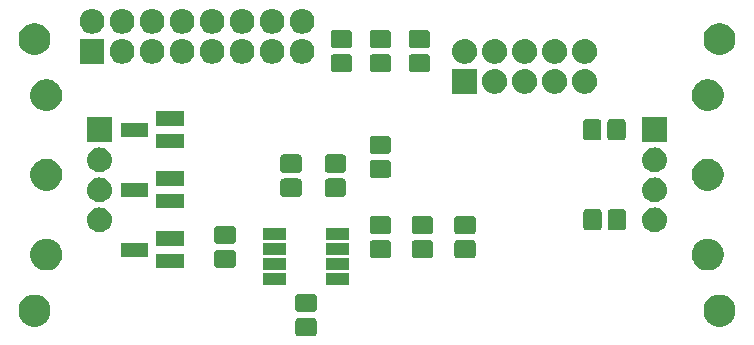
<source format=gbs>
%TF.GenerationSoftware,KiCad,Pcbnew,5.1.0*%
%TF.CreationDate,2019-04-08T01:08:36+02:00*%
%TF.ProjectId,BeerEyePi,42656572-4579-4655-9069-2e6b69636164,rev?*%
%TF.SameCoordinates,Original*%
%TF.FileFunction,Soldermask,Bot*%
%TF.FilePolarity,Negative*%
%FSLAX46Y46*%
G04 Gerber Fmt 4.6, Leading zero omitted, Abs format (unit mm)*
G04 Created by KiCad (PCBNEW 5.1.0) date 2019-04-08 01:08:36*
%MOMM*%
%LPD*%
G04 APERTURE LIST*
%ADD10C,0.100000*%
G04 APERTURE END LIST*
D10*
G36*
X127166179Y-127119862D02*
G01*
X127218700Y-127135795D01*
X127267096Y-127161663D01*
X127309521Y-127196479D01*
X127344337Y-127238904D01*
X127370205Y-127287300D01*
X127386138Y-127339821D01*
X127392000Y-127399342D01*
X127392000Y-128378658D01*
X127386138Y-128438179D01*
X127370205Y-128490700D01*
X127344337Y-128539096D01*
X127309521Y-128581521D01*
X127267096Y-128616337D01*
X127218700Y-128642205D01*
X127166179Y-128658138D01*
X127106658Y-128664000D01*
X125877342Y-128664000D01*
X125817821Y-128658138D01*
X125765300Y-128642205D01*
X125716904Y-128616337D01*
X125674479Y-128581521D01*
X125639663Y-128539096D01*
X125613795Y-128490700D01*
X125597862Y-128438179D01*
X125592000Y-128378658D01*
X125592000Y-127399342D01*
X125597862Y-127339821D01*
X125613795Y-127287300D01*
X125639663Y-127238904D01*
X125674479Y-127196479D01*
X125716904Y-127161663D01*
X125765300Y-127135795D01*
X125817821Y-127119862D01*
X125877342Y-127114000D01*
X127106658Y-127114000D01*
X127166179Y-127119862D01*
X127166179Y-127119862D01*
G37*
G36*
X161893783Y-125201870D02*
G01*
X161893785Y-125201871D01*
X161893786Y-125201871D01*
X162139471Y-125303638D01*
X162360580Y-125451377D01*
X162548623Y-125639420D01*
X162696362Y-125860529D01*
X162696363Y-125860531D01*
X162798130Y-126106217D01*
X162850010Y-126367036D01*
X162850010Y-126632964D01*
X162798130Y-126893783D01*
X162704231Y-127120475D01*
X162696362Y-127139471D01*
X162548623Y-127360580D01*
X162360580Y-127548623D01*
X162139471Y-127696362D01*
X161893786Y-127798129D01*
X161893785Y-127798129D01*
X161893783Y-127798130D01*
X161632964Y-127850010D01*
X161367036Y-127850010D01*
X161106217Y-127798130D01*
X161106215Y-127798129D01*
X161106214Y-127798129D01*
X160860529Y-127696362D01*
X160639420Y-127548623D01*
X160451377Y-127360580D01*
X160303638Y-127139471D01*
X160295770Y-127120475D01*
X160201870Y-126893783D01*
X160149990Y-126632964D01*
X160149990Y-126367036D01*
X160201870Y-126106217D01*
X160303637Y-125860531D01*
X160303638Y-125860529D01*
X160451377Y-125639420D01*
X160639420Y-125451377D01*
X160860529Y-125303638D01*
X161106214Y-125201871D01*
X161106215Y-125201871D01*
X161106217Y-125201870D01*
X161367036Y-125149990D01*
X161632964Y-125149990D01*
X161893783Y-125201870D01*
X161893783Y-125201870D01*
G37*
G36*
X103893783Y-125201870D02*
G01*
X103893785Y-125201871D01*
X103893786Y-125201871D01*
X104139471Y-125303638D01*
X104360580Y-125451377D01*
X104548623Y-125639420D01*
X104696362Y-125860529D01*
X104696363Y-125860531D01*
X104798130Y-126106217D01*
X104850010Y-126367036D01*
X104850010Y-126632964D01*
X104798130Y-126893783D01*
X104704231Y-127120475D01*
X104696362Y-127139471D01*
X104548623Y-127360580D01*
X104360580Y-127548623D01*
X104139471Y-127696362D01*
X103893786Y-127798129D01*
X103893785Y-127798129D01*
X103893783Y-127798130D01*
X103632964Y-127850010D01*
X103367036Y-127850010D01*
X103106217Y-127798130D01*
X103106215Y-127798129D01*
X103106214Y-127798129D01*
X102860529Y-127696362D01*
X102639420Y-127548623D01*
X102451377Y-127360580D01*
X102303638Y-127139471D01*
X102295770Y-127120475D01*
X102201870Y-126893783D01*
X102149990Y-126632964D01*
X102149990Y-126367036D01*
X102201870Y-126106217D01*
X102303637Y-125860531D01*
X102303638Y-125860529D01*
X102451377Y-125639420D01*
X102639420Y-125451377D01*
X102860529Y-125303638D01*
X103106214Y-125201871D01*
X103106215Y-125201871D01*
X103106217Y-125201870D01*
X103367036Y-125149990D01*
X103632964Y-125149990D01*
X103893783Y-125201870D01*
X103893783Y-125201870D01*
G37*
G36*
X127166179Y-125069862D02*
G01*
X127218700Y-125085795D01*
X127267096Y-125111663D01*
X127309521Y-125146479D01*
X127344337Y-125188904D01*
X127370205Y-125237300D01*
X127386138Y-125289821D01*
X127392000Y-125349342D01*
X127392000Y-126328658D01*
X127386138Y-126388179D01*
X127370205Y-126440700D01*
X127344337Y-126489096D01*
X127309521Y-126531521D01*
X127267096Y-126566337D01*
X127218700Y-126592205D01*
X127166179Y-126608138D01*
X127106658Y-126614000D01*
X125877342Y-126614000D01*
X125817821Y-126608138D01*
X125765300Y-126592205D01*
X125716904Y-126566337D01*
X125674479Y-126531521D01*
X125639663Y-126489096D01*
X125613795Y-126440700D01*
X125597862Y-126388179D01*
X125592000Y-126328658D01*
X125592000Y-125349342D01*
X125597862Y-125289821D01*
X125613795Y-125237300D01*
X125639663Y-125188904D01*
X125674479Y-125146479D01*
X125716904Y-125111663D01*
X125765300Y-125085795D01*
X125817821Y-125069862D01*
X125877342Y-125064000D01*
X127106658Y-125064000D01*
X127166179Y-125069862D01*
X127166179Y-125069862D01*
G37*
G36*
X124767000Y-124325000D02*
G01*
X122817000Y-124325000D01*
X122817000Y-123325000D01*
X124767000Y-123325000D01*
X124767000Y-124325000D01*
X124767000Y-124325000D01*
G37*
G36*
X130167000Y-124325000D02*
G01*
X128217000Y-124325000D01*
X128217000Y-123325000D01*
X130167000Y-123325000D01*
X130167000Y-124325000D01*
X130167000Y-124325000D01*
G37*
G36*
X104894072Y-120450918D02*
G01*
X104894074Y-120450919D01*
X104894075Y-120450919D01*
X104966086Y-120480747D01*
X105139939Y-120552759D01*
X105184073Y-120582249D01*
X105361211Y-120700608D01*
X105549392Y-120888789D01*
X105622698Y-120998500D01*
X105697241Y-121110061D01*
X105769253Y-121283914D01*
X105797031Y-121350975D01*
X105799082Y-121355928D01*
X105851000Y-121616938D01*
X105851000Y-121883062D01*
X105799082Y-122144072D01*
X105697241Y-122389939D01*
X105697240Y-122389940D01*
X105549392Y-122611211D01*
X105361211Y-122799392D01*
X105227644Y-122888638D01*
X105139939Y-122947241D01*
X104966086Y-123019253D01*
X104894075Y-123049081D01*
X104894074Y-123049081D01*
X104894072Y-123049082D01*
X104633062Y-123101000D01*
X104366938Y-123101000D01*
X104105928Y-123049082D01*
X104105926Y-123049081D01*
X104105925Y-123049081D01*
X104033914Y-123019253D01*
X103860061Y-122947241D01*
X103772356Y-122888638D01*
X103638789Y-122799392D01*
X103450608Y-122611211D01*
X103302760Y-122389940D01*
X103302759Y-122389939D01*
X103200918Y-122144072D01*
X103149000Y-121883062D01*
X103149000Y-121616938D01*
X103200918Y-121355928D01*
X103202970Y-121350975D01*
X103230747Y-121283914D01*
X103302759Y-121110061D01*
X103377302Y-120998500D01*
X103450608Y-120888789D01*
X103638789Y-120700608D01*
X103815927Y-120582249D01*
X103860061Y-120552759D01*
X104033914Y-120480747D01*
X104105925Y-120450919D01*
X104105926Y-120450919D01*
X104105928Y-120450918D01*
X104366938Y-120399000D01*
X104633062Y-120399000D01*
X104894072Y-120450918D01*
X104894072Y-120450918D01*
G37*
G36*
X160894072Y-120450918D02*
G01*
X160894074Y-120450919D01*
X160894075Y-120450919D01*
X160966086Y-120480747D01*
X161139939Y-120552759D01*
X161184073Y-120582249D01*
X161361211Y-120700608D01*
X161549392Y-120888789D01*
X161622698Y-120998500D01*
X161697241Y-121110061D01*
X161769253Y-121283914D01*
X161797031Y-121350975D01*
X161799082Y-121355928D01*
X161851000Y-121616938D01*
X161851000Y-121883062D01*
X161799082Y-122144072D01*
X161697241Y-122389939D01*
X161697240Y-122389940D01*
X161549392Y-122611211D01*
X161361211Y-122799392D01*
X161227644Y-122888638D01*
X161139939Y-122947241D01*
X160966086Y-123019253D01*
X160894075Y-123049081D01*
X160894074Y-123049081D01*
X160894072Y-123049082D01*
X160633062Y-123101000D01*
X160366938Y-123101000D01*
X160105928Y-123049082D01*
X160105926Y-123049081D01*
X160105925Y-123049081D01*
X160033914Y-123019253D01*
X159860061Y-122947241D01*
X159772356Y-122888638D01*
X159638789Y-122799392D01*
X159450608Y-122611211D01*
X159302760Y-122389940D01*
X159302759Y-122389939D01*
X159200918Y-122144072D01*
X159149000Y-121883062D01*
X159149000Y-121616938D01*
X159200918Y-121355928D01*
X159202970Y-121350975D01*
X159230747Y-121283914D01*
X159302759Y-121110061D01*
X159377302Y-120998500D01*
X159450608Y-120888789D01*
X159638789Y-120700608D01*
X159815927Y-120582249D01*
X159860061Y-120552759D01*
X160033914Y-120480747D01*
X160105925Y-120450919D01*
X160105926Y-120450919D01*
X160105928Y-120450918D01*
X160366938Y-120399000D01*
X160633062Y-120399000D01*
X160894072Y-120450918D01*
X160894072Y-120450918D01*
G37*
G36*
X130167000Y-123055000D02*
G01*
X128217000Y-123055000D01*
X128217000Y-122055000D01*
X130167000Y-122055000D01*
X130167000Y-123055000D01*
X130167000Y-123055000D01*
G37*
G36*
X124767000Y-123055000D02*
G01*
X122817000Y-123055000D01*
X122817000Y-122055000D01*
X124767000Y-122055000D01*
X124767000Y-123055000D01*
X124767000Y-123055000D01*
G37*
G36*
X116124500Y-122898500D02*
G01*
X113824500Y-122898500D01*
X113824500Y-121698500D01*
X116124500Y-121698500D01*
X116124500Y-122898500D01*
X116124500Y-122898500D01*
G37*
G36*
X120308179Y-121350362D02*
G01*
X120360700Y-121366295D01*
X120409096Y-121392163D01*
X120451521Y-121426979D01*
X120486337Y-121469404D01*
X120512205Y-121517800D01*
X120528138Y-121570321D01*
X120534000Y-121629842D01*
X120534000Y-122609158D01*
X120528138Y-122668679D01*
X120512205Y-122721200D01*
X120486337Y-122769596D01*
X120451521Y-122812021D01*
X120409096Y-122846837D01*
X120360700Y-122872705D01*
X120308179Y-122888638D01*
X120248658Y-122894500D01*
X119019342Y-122894500D01*
X118959821Y-122888638D01*
X118907300Y-122872705D01*
X118858904Y-122846837D01*
X118816479Y-122812021D01*
X118781663Y-122769596D01*
X118755795Y-122721200D01*
X118739862Y-122668679D01*
X118734000Y-122609158D01*
X118734000Y-121629842D01*
X118739862Y-121570321D01*
X118755795Y-121517800D01*
X118781663Y-121469404D01*
X118816479Y-121426979D01*
X118858904Y-121392163D01*
X118907300Y-121366295D01*
X118959821Y-121350362D01*
X119019342Y-121344500D01*
X120248658Y-121344500D01*
X120308179Y-121350362D01*
X120308179Y-121350362D01*
G37*
G36*
X140628179Y-120524862D02*
G01*
X140680700Y-120540795D01*
X140729096Y-120566663D01*
X140771521Y-120601479D01*
X140806337Y-120643904D01*
X140832205Y-120692300D01*
X140848138Y-120744821D01*
X140854000Y-120804342D01*
X140854000Y-121783658D01*
X140848138Y-121843179D01*
X140832205Y-121895700D01*
X140806337Y-121944096D01*
X140771521Y-121986521D01*
X140729096Y-122021337D01*
X140680700Y-122047205D01*
X140628179Y-122063138D01*
X140568658Y-122069000D01*
X139339342Y-122069000D01*
X139279821Y-122063138D01*
X139227300Y-122047205D01*
X139178904Y-122021337D01*
X139136479Y-121986521D01*
X139101663Y-121944096D01*
X139075795Y-121895700D01*
X139059862Y-121843179D01*
X139054000Y-121783658D01*
X139054000Y-120804342D01*
X139059862Y-120744821D01*
X139075795Y-120692300D01*
X139101663Y-120643904D01*
X139136479Y-120601479D01*
X139178904Y-120566663D01*
X139227300Y-120540795D01*
X139279821Y-120524862D01*
X139339342Y-120519000D01*
X140568658Y-120519000D01*
X140628179Y-120524862D01*
X140628179Y-120524862D01*
G37*
G36*
X137008679Y-120524862D02*
G01*
X137061200Y-120540795D01*
X137109596Y-120566663D01*
X137152021Y-120601479D01*
X137186837Y-120643904D01*
X137212705Y-120692300D01*
X137228638Y-120744821D01*
X137234500Y-120804342D01*
X137234500Y-121783658D01*
X137228638Y-121843179D01*
X137212705Y-121895700D01*
X137186837Y-121944096D01*
X137152021Y-121986521D01*
X137109596Y-122021337D01*
X137061200Y-122047205D01*
X137008679Y-122063138D01*
X136949158Y-122069000D01*
X135719842Y-122069000D01*
X135660321Y-122063138D01*
X135607800Y-122047205D01*
X135559404Y-122021337D01*
X135516979Y-121986521D01*
X135482163Y-121944096D01*
X135456295Y-121895700D01*
X135440362Y-121843179D01*
X135434500Y-121783658D01*
X135434500Y-120804342D01*
X135440362Y-120744821D01*
X135456295Y-120692300D01*
X135482163Y-120643904D01*
X135516979Y-120601479D01*
X135559404Y-120566663D01*
X135607800Y-120540795D01*
X135660321Y-120524862D01*
X135719842Y-120519000D01*
X136949158Y-120519000D01*
X137008679Y-120524862D01*
X137008679Y-120524862D01*
G37*
G36*
X133452679Y-120524862D02*
G01*
X133505200Y-120540795D01*
X133553596Y-120566663D01*
X133596021Y-120601479D01*
X133630837Y-120643904D01*
X133656705Y-120692300D01*
X133672638Y-120744821D01*
X133678500Y-120804342D01*
X133678500Y-121783658D01*
X133672638Y-121843179D01*
X133656705Y-121895700D01*
X133630837Y-121944096D01*
X133596021Y-121986521D01*
X133553596Y-122021337D01*
X133505200Y-122047205D01*
X133452679Y-122063138D01*
X133393158Y-122069000D01*
X132163842Y-122069000D01*
X132104321Y-122063138D01*
X132051800Y-122047205D01*
X132003404Y-122021337D01*
X131960979Y-121986521D01*
X131926163Y-121944096D01*
X131900295Y-121895700D01*
X131884362Y-121843179D01*
X131878500Y-121783658D01*
X131878500Y-120804342D01*
X131884362Y-120744821D01*
X131900295Y-120692300D01*
X131926163Y-120643904D01*
X131960979Y-120601479D01*
X132003404Y-120566663D01*
X132051800Y-120540795D01*
X132104321Y-120524862D01*
X132163842Y-120519000D01*
X133393158Y-120519000D01*
X133452679Y-120524862D01*
X133452679Y-120524862D01*
G37*
G36*
X113124500Y-121948500D02*
G01*
X110824500Y-121948500D01*
X110824500Y-120748500D01*
X113124500Y-120748500D01*
X113124500Y-121948500D01*
X113124500Y-121948500D01*
G37*
G36*
X124767000Y-121785000D02*
G01*
X122817000Y-121785000D01*
X122817000Y-120785000D01*
X124767000Y-120785000D01*
X124767000Y-121785000D01*
X124767000Y-121785000D01*
G37*
G36*
X130167000Y-121785000D02*
G01*
X128217000Y-121785000D01*
X128217000Y-120785000D01*
X130167000Y-120785000D01*
X130167000Y-121785000D01*
X130167000Y-121785000D01*
G37*
G36*
X116124500Y-120998500D02*
G01*
X113824500Y-120998500D01*
X113824500Y-119798500D01*
X116124500Y-119798500D01*
X116124500Y-120998500D01*
X116124500Y-120998500D01*
G37*
G36*
X120308179Y-119300362D02*
G01*
X120360700Y-119316295D01*
X120409096Y-119342163D01*
X120451521Y-119376979D01*
X120486337Y-119419404D01*
X120512205Y-119467800D01*
X120528138Y-119520321D01*
X120534000Y-119579842D01*
X120534000Y-120559158D01*
X120528138Y-120618679D01*
X120512205Y-120671200D01*
X120486337Y-120719596D01*
X120451521Y-120762021D01*
X120409096Y-120796837D01*
X120360700Y-120822705D01*
X120308179Y-120838638D01*
X120248658Y-120844500D01*
X119019342Y-120844500D01*
X118959821Y-120838638D01*
X118907300Y-120822705D01*
X118858904Y-120796837D01*
X118816479Y-120762021D01*
X118781663Y-120719596D01*
X118755795Y-120671200D01*
X118739862Y-120618679D01*
X118734000Y-120559158D01*
X118734000Y-119579842D01*
X118739862Y-119520321D01*
X118755795Y-119467800D01*
X118781663Y-119419404D01*
X118816479Y-119376979D01*
X118858904Y-119342163D01*
X118907300Y-119316295D01*
X118959821Y-119300362D01*
X119019342Y-119294500D01*
X120248658Y-119294500D01*
X120308179Y-119300362D01*
X120308179Y-119300362D01*
G37*
G36*
X130167000Y-120515000D02*
G01*
X128217000Y-120515000D01*
X128217000Y-119515000D01*
X130167000Y-119515000D01*
X130167000Y-120515000D01*
X130167000Y-120515000D01*
G37*
G36*
X124767000Y-120515000D02*
G01*
X122817000Y-120515000D01*
X122817000Y-119515000D01*
X124767000Y-119515000D01*
X124767000Y-120515000D01*
X124767000Y-120515000D01*
G37*
G36*
X137008679Y-118474862D02*
G01*
X137061200Y-118490795D01*
X137109596Y-118516663D01*
X137152021Y-118551479D01*
X137186837Y-118593904D01*
X137212705Y-118642300D01*
X137228638Y-118694821D01*
X137234500Y-118754342D01*
X137234500Y-119733658D01*
X137228638Y-119793179D01*
X137212705Y-119845700D01*
X137186837Y-119894096D01*
X137152021Y-119936521D01*
X137109596Y-119971337D01*
X137061200Y-119997205D01*
X137008679Y-120013138D01*
X136949158Y-120019000D01*
X135719842Y-120019000D01*
X135660321Y-120013138D01*
X135607800Y-119997205D01*
X135559404Y-119971337D01*
X135516979Y-119936521D01*
X135482163Y-119894096D01*
X135456295Y-119845700D01*
X135440362Y-119793179D01*
X135434500Y-119733658D01*
X135434500Y-118754342D01*
X135440362Y-118694821D01*
X135456295Y-118642300D01*
X135482163Y-118593904D01*
X135516979Y-118551479D01*
X135559404Y-118516663D01*
X135607800Y-118490795D01*
X135660321Y-118474862D01*
X135719842Y-118469000D01*
X136949158Y-118469000D01*
X137008679Y-118474862D01*
X137008679Y-118474862D01*
G37*
G36*
X133452679Y-118474862D02*
G01*
X133505200Y-118490795D01*
X133553596Y-118516663D01*
X133596021Y-118551479D01*
X133630837Y-118593904D01*
X133656705Y-118642300D01*
X133672638Y-118694821D01*
X133678500Y-118754342D01*
X133678500Y-119733658D01*
X133672638Y-119793179D01*
X133656705Y-119845700D01*
X133630837Y-119894096D01*
X133596021Y-119936521D01*
X133553596Y-119971337D01*
X133505200Y-119997205D01*
X133452679Y-120013138D01*
X133393158Y-120019000D01*
X132163842Y-120019000D01*
X132104321Y-120013138D01*
X132051800Y-119997205D01*
X132003404Y-119971337D01*
X131960979Y-119936521D01*
X131926163Y-119894096D01*
X131900295Y-119845700D01*
X131884362Y-119793179D01*
X131878500Y-119733658D01*
X131878500Y-118754342D01*
X131884362Y-118694821D01*
X131900295Y-118642300D01*
X131926163Y-118593904D01*
X131960979Y-118551479D01*
X132003404Y-118516663D01*
X132051800Y-118490795D01*
X132104321Y-118474862D01*
X132163842Y-118469000D01*
X133393158Y-118469000D01*
X133452679Y-118474862D01*
X133452679Y-118474862D01*
G37*
G36*
X140628179Y-118474862D02*
G01*
X140680700Y-118490795D01*
X140729096Y-118516663D01*
X140771521Y-118551479D01*
X140806337Y-118593904D01*
X140832205Y-118642300D01*
X140848138Y-118694821D01*
X140854000Y-118754342D01*
X140854000Y-119733658D01*
X140848138Y-119793179D01*
X140832205Y-119845700D01*
X140806337Y-119894096D01*
X140771521Y-119936521D01*
X140729096Y-119971337D01*
X140680700Y-119997205D01*
X140628179Y-120013138D01*
X140568658Y-120019000D01*
X139339342Y-120019000D01*
X139279821Y-120013138D01*
X139227300Y-119997205D01*
X139178904Y-119971337D01*
X139136479Y-119936521D01*
X139101663Y-119894096D01*
X139075795Y-119845700D01*
X139059862Y-119793179D01*
X139054000Y-119733658D01*
X139054000Y-118754342D01*
X139059862Y-118694821D01*
X139075795Y-118642300D01*
X139101663Y-118593904D01*
X139136479Y-118551479D01*
X139178904Y-118516663D01*
X139227300Y-118490795D01*
X139279821Y-118474862D01*
X139339342Y-118469000D01*
X140568658Y-118469000D01*
X140628179Y-118474862D01*
X140628179Y-118474862D01*
G37*
G36*
X156167272Y-117771395D02*
G01*
X156205836Y-117775193D01*
X156337787Y-117815220D01*
X156403763Y-117835233D01*
X156586169Y-117932731D01*
X156746054Y-118063946D01*
X156877269Y-118223831D01*
X156974767Y-118406237D01*
X156974767Y-118406238D01*
X157034807Y-118604164D01*
X157034807Y-118604166D01*
X157055081Y-118810000D01*
X157038143Y-118981961D01*
X157034807Y-119015836D01*
X156994780Y-119147787D01*
X156974767Y-119213763D01*
X156877269Y-119396169D01*
X156746054Y-119556054D01*
X156586169Y-119687269D01*
X156403763Y-119784767D01*
X156337787Y-119804780D01*
X156205836Y-119844807D01*
X156167271Y-119848605D01*
X156051584Y-119860000D01*
X155948416Y-119860000D01*
X155832729Y-119848605D01*
X155794164Y-119844807D01*
X155662213Y-119804780D01*
X155596237Y-119784767D01*
X155413831Y-119687269D01*
X155253946Y-119556054D01*
X155122731Y-119396169D01*
X155025233Y-119213763D01*
X155005220Y-119147787D01*
X154965193Y-119015836D01*
X154961857Y-118981961D01*
X154944919Y-118810000D01*
X154965193Y-118604166D01*
X154965193Y-118604164D01*
X155025233Y-118406238D01*
X155025233Y-118406237D01*
X155122731Y-118223831D01*
X155253946Y-118063946D01*
X155413831Y-117932731D01*
X155596237Y-117835233D01*
X155662213Y-117815220D01*
X155794164Y-117775193D01*
X155832728Y-117771395D01*
X155948416Y-117760000D01*
X156051584Y-117760000D01*
X156167272Y-117771395D01*
X156167272Y-117771395D01*
G37*
G36*
X109167272Y-117771395D02*
G01*
X109205836Y-117775193D01*
X109337787Y-117815220D01*
X109403763Y-117835233D01*
X109586169Y-117932731D01*
X109746054Y-118063946D01*
X109877269Y-118223831D01*
X109974767Y-118406237D01*
X109974767Y-118406238D01*
X110034807Y-118604164D01*
X110034807Y-118604166D01*
X110055081Y-118810000D01*
X110038143Y-118981961D01*
X110034807Y-119015836D01*
X109994780Y-119147787D01*
X109974767Y-119213763D01*
X109877269Y-119396169D01*
X109746054Y-119556054D01*
X109586169Y-119687269D01*
X109403763Y-119784767D01*
X109337787Y-119804780D01*
X109205836Y-119844807D01*
X109167271Y-119848605D01*
X109051584Y-119860000D01*
X108948416Y-119860000D01*
X108832729Y-119848605D01*
X108794164Y-119844807D01*
X108662213Y-119804780D01*
X108596237Y-119784767D01*
X108413831Y-119687269D01*
X108253946Y-119556054D01*
X108122731Y-119396169D01*
X108025233Y-119213763D01*
X108005220Y-119147787D01*
X107965193Y-119015836D01*
X107961857Y-118981961D01*
X107944919Y-118810000D01*
X107965193Y-118604166D01*
X107965193Y-118604164D01*
X108025233Y-118406238D01*
X108025233Y-118406237D01*
X108122731Y-118223831D01*
X108253946Y-118063946D01*
X108413831Y-117932731D01*
X108596237Y-117835233D01*
X108662213Y-117815220D01*
X108794164Y-117775193D01*
X108832728Y-117771395D01*
X108948416Y-117760000D01*
X109051584Y-117760000D01*
X109167272Y-117771395D01*
X109167272Y-117771395D01*
G37*
G36*
X151289179Y-117914362D02*
G01*
X151341700Y-117930295D01*
X151390096Y-117956163D01*
X151432521Y-117990979D01*
X151467337Y-118033404D01*
X151493205Y-118081800D01*
X151509138Y-118134321D01*
X151515000Y-118193842D01*
X151515000Y-119423158D01*
X151509138Y-119482679D01*
X151493205Y-119535200D01*
X151467337Y-119583596D01*
X151432521Y-119626021D01*
X151390096Y-119660837D01*
X151341700Y-119686705D01*
X151289179Y-119702638D01*
X151229658Y-119708500D01*
X150250342Y-119708500D01*
X150190821Y-119702638D01*
X150138300Y-119686705D01*
X150089904Y-119660837D01*
X150047479Y-119626021D01*
X150012663Y-119583596D01*
X149986795Y-119535200D01*
X149970862Y-119482679D01*
X149965000Y-119423158D01*
X149965000Y-118193842D01*
X149970862Y-118134321D01*
X149986795Y-118081800D01*
X150012663Y-118033404D01*
X150047479Y-117990979D01*
X150089904Y-117956163D01*
X150138300Y-117930295D01*
X150190821Y-117914362D01*
X150250342Y-117908500D01*
X151229658Y-117908500D01*
X151289179Y-117914362D01*
X151289179Y-117914362D01*
G37*
G36*
X153339179Y-117914362D02*
G01*
X153391700Y-117930295D01*
X153440096Y-117956163D01*
X153482521Y-117990979D01*
X153517337Y-118033404D01*
X153543205Y-118081800D01*
X153559138Y-118134321D01*
X153565000Y-118193842D01*
X153565000Y-119423158D01*
X153559138Y-119482679D01*
X153543205Y-119535200D01*
X153517337Y-119583596D01*
X153482521Y-119626021D01*
X153440096Y-119660837D01*
X153391700Y-119686705D01*
X153339179Y-119702638D01*
X153279658Y-119708500D01*
X152300342Y-119708500D01*
X152240821Y-119702638D01*
X152188300Y-119686705D01*
X152139904Y-119660837D01*
X152097479Y-119626021D01*
X152062663Y-119583596D01*
X152036795Y-119535200D01*
X152020862Y-119482679D01*
X152015000Y-119423158D01*
X152015000Y-118193842D01*
X152020862Y-118134321D01*
X152036795Y-118081800D01*
X152062663Y-118033404D01*
X152097479Y-117990979D01*
X152139904Y-117956163D01*
X152188300Y-117930295D01*
X152240821Y-117914362D01*
X152300342Y-117908500D01*
X153279658Y-117908500D01*
X153339179Y-117914362D01*
X153339179Y-117914362D01*
G37*
G36*
X116124500Y-117818500D02*
G01*
X113824500Y-117818500D01*
X113824500Y-116618500D01*
X116124500Y-116618500D01*
X116124500Y-117818500D01*
X116124500Y-117818500D01*
G37*
G36*
X109167271Y-115231395D02*
G01*
X109205836Y-115235193D01*
X109335414Y-115274500D01*
X109403763Y-115295233D01*
X109586169Y-115392731D01*
X109746054Y-115523946D01*
X109877269Y-115683831D01*
X109974767Y-115866237D01*
X109994780Y-115932213D01*
X110034807Y-116064164D01*
X110034807Y-116064166D01*
X110055081Y-116270000D01*
X110047191Y-116350100D01*
X110034807Y-116475836D01*
X110019880Y-116525044D01*
X109974767Y-116673763D01*
X109877269Y-116856169D01*
X109746054Y-117016054D01*
X109586169Y-117147269D01*
X109403763Y-117244767D01*
X109337787Y-117264780D01*
X109205836Y-117304807D01*
X109167271Y-117308605D01*
X109051584Y-117320000D01*
X108948416Y-117320000D01*
X108832729Y-117308605D01*
X108794164Y-117304807D01*
X108662213Y-117264780D01*
X108596237Y-117244767D01*
X108413831Y-117147269D01*
X108253946Y-117016054D01*
X108122731Y-116856169D01*
X108025233Y-116673763D01*
X107980120Y-116525044D01*
X107965193Y-116475836D01*
X107952809Y-116350100D01*
X107944919Y-116270000D01*
X107965193Y-116064166D01*
X107965193Y-116064164D01*
X108005220Y-115932213D01*
X108025233Y-115866237D01*
X108122731Y-115683831D01*
X108253946Y-115523946D01*
X108413831Y-115392731D01*
X108596237Y-115295233D01*
X108664586Y-115274500D01*
X108794164Y-115235193D01*
X108832729Y-115231395D01*
X108948416Y-115220000D01*
X109051584Y-115220000D01*
X109167271Y-115231395D01*
X109167271Y-115231395D01*
G37*
G36*
X156167271Y-115231395D02*
G01*
X156205836Y-115235193D01*
X156335414Y-115274500D01*
X156403763Y-115295233D01*
X156586169Y-115392731D01*
X156746054Y-115523946D01*
X156877269Y-115683831D01*
X156974767Y-115866237D01*
X156994780Y-115932213D01*
X157034807Y-116064164D01*
X157034807Y-116064166D01*
X157055081Y-116270000D01*
X157047191Y-116350100D01*
X157034807Y-116475836D01*
X157019880Y-116525044D01*
X156974767Y-116673763D01*
X156877269Y-116856169D01*
X156746054Y-117016054D01*
X156586169Y-117147269D01*
X156403763Y-117244767D01*
X156337787Y-117264780D01*
X156205836Y-117304807D01*
X156167271Y-117308605D01*
X156051584Y-117320000D01*
X155948416Y-117320000D01*
X155832729Y-117308605D01*
X155794164Y-117304807D01*
X155662213Y-117264780D01*
X155596237Y-117244767D01*
X155413831Y-117147269D01*
X155253946Y-117016054D01*
X155122731Y-116856169D01*
X155025233Y-116673763D01*
X154980120Y-116525044D01*
X154965193Y-116475836D01*
X154952809Y-116350100D01*
X154944919Y-116270000D01*
X154965193Y-116064166D01*
X154965193Y-116064164D01*
X155005220Y-115932213D01*
X155025233Y-115866237D01*
X155122731Y-115683831D01*
X155253946Y-115523946D01*
X155413831Y-115392731D01*
X155596237Y-115295233D01*
X155664586Y-115274500D01*
X155794164Y-115235193D01*
X155832729Y-115231395D01*
X155948416Y-115220000D01*
X156051584Y-115220000D01*
X156167271Y-115231395D01*
X156167271Y-115231395D01*
G37*
G36*
X113124500Y-116868500D02*
G01*
X110824500Y-116868500D01*
X110824500Y-115668500D01*
X113124500Y-115668500D01*
X113124500Y-116868500D01*
X113124500Y-116868500D01*
G37*
G36*
X129642679Y-115317862D02*
G01*
X129695200Y-115333795D01*
X129743596Y-115359663D01*
X129786021Y-115394479D01*
X129820837Y-115436904D01*
X129846705Y-115485300D01*
X129862638Y-115537821D01*
X129868500Y-115597342D01*
X129868500Y-116576658D01*
X129862638Y-116636179D01*
X129846705Y-116688700D01*
X129820837Y-116737096D01*
X129786021Y-116779521D01*
X129743596Y-116814337D01*
X129695200Y-116840205D01*
X129642679Y-116856138D01*
X129583158Y-116862000D01*
X128353842Y-116862000D01*
X128294321Y-116856138D01*
X128241800Y-116840205D01*
X128193404Y-116814337D01*
X128150979Y-116779521D01*
X128116163Y-116737096D01*
X128090295Y-116688700D01*
X128074362Y-116636179D01*
X128068500Y-116576658D01*
X128068500Y-115597342D01*
X128074362Y-115537821D01*
X128090295Y-115485300D01*
X128116163Y-115436904D01*
X128150979Y-115394479D01*
X128193404Y-115359663D01*
X128241800Y-115333795D01*
X128294321Y-115317862D01*
X128353842Y-115312000D01*
X129583158Y-115312000D01*
X129642679Y-115317862D01*
X129642679Y-115317862D01*
G37*
G36*
X125896179Y-115317862D02*
G01*
X125948700Y-115333795D01*
X125997096Y-115359663D01*
X126039521Y-115394479D01*
X126074337Y-115436904D01*
X126100205Y-115485300D01*
X126116138Y-115537821D01*
X126122000Y-115597342D01*
X126122000Y-116576658D01*
X126116138Y-116636179D01*
X126100205Y-116688700D01*
X126074337Y-116737096D01*
X126039521Y-116779521D01*
X125997096Y-116814337D01*
X125948700Y-116840205D01*
X125896179Y-116856138D01*
X125836658Y-116862000D01*
X124607342Y-116862000D01*
X124547821Y-116856138D01*
X124495300Y-116840205D01*
X124446904Y-116814337D01*
X124404479Y-116779521D01*
X124369663Y-116737096D01*
X124343795Y-116688700D01*
X124327862Y-116636179D01*
X124322000Y-116576658D01*
X124322000Y-115597342D01*
X124327862Y-115537821D01*
X124343795Y-115485300D01*
X124369663Y-115436904D01*
X124404479Y-115394479D01*
X124446904Y-115359663D01*
X124495300Y-115333795D01*
X124547821Y-115317862D01*
X124607342Y-115312000D01*
X125836658Y-115312000D01*
X125896179Y-115317862D01*
X125896179Y-115317862D01*
G37*
G36*
X104893810Y-113701783D02*
G01*
X105139512Y-113803557D01*
X105360639Y-113951309D01*
X105548691Y-114139361D01*
X105696443Y-114360488D01*
X105798217Y-114606190D01*
X105850100Y-114867027D01*
X105850100Y-115132973D01*
X105798217Y-115393810D01*
X105696443Y-115639512D01*
X105548691Y-115860639D01*
X105360639Y-116048691D01*
X105139512Y-116196443D01*
X104893810Y-116298217D01*
X104632973Y-116350100D01*
X104367027Y-116350100D01*
X104106190Y-116298217D01*
X103860488Y-116196443D01*
X103639361Y-116048691D01*
X103451309Y-115860639D01*
X103303557Y-115639512D01*
X103201783Y-115393810D01*
X103149900Y-115132973D01*
X103149900Y-114867027D01*
X103201783Y-114606190D01*
X103303557Y-114360488D01*
X103451309Y-114139361D01*
X103639361Y-113951309D01*
X103860488Y-113803557D01*
X104106190Y-113701783D01*
X104367027Y-113649900D01*
X104632973Y-113649900D01*
X104893810Y-113701783D01*
X104893810Y-113701783D01*
G37*
G36*
X160893810Y-113701783D02*
G01*
X161139512Y-113803557D01*
X161360639Y-113951309D01*
X161548691Y-114139361D01*
X161696443Y-114360488D01*
X161798217Y-114606190D01*
X161850100Y-114867027D01*
X161850100Y-115132973D01*
X161798217Y-115393810D01*
X161696443Y-115639512D01*
X161548691Y-115860639D01*
X161360639Y-116048691D01*
X161139512Y-116196443D01*
X160893810Y-116298217D01*
X160632973Y-116350100D01*
X160367027Y-116350100D01*
X160106190Y-116298217D01*
X159860488Y-116196443D01*
X159639361Y-116048691D01*
X159451309Y-115860639D01*
X159303557Y-115639512D01*
X159201783Y-115393810D01*
X159149900Y-115132973D01*
X159149900Y-114867027D01*
X159201783Y-114606190D01*
X159303557Y-114360488D01*
X159451309Y-114139361D01*
X159639361Y-113951309D01*
X159860488Y-113803557D01*
X160106190Y-113701783D01*
X160367027Y-113649900D01*
X160632973Y-113649900D01*
X160893810Y-113701783D01*
X160893810Y-113701783D01*
G37*
G36*
X116124500Y-115918500D02*
G01*
X113824500Y-115918500D01*
X113824500Y-114718500D01*
X116124500Y-114718500D01*
X116124500Y-115918500D01*
X116124500Y-115918500D01*
G37*
G36*
X133452679Y-113730362D02*
G01*
X133505200Y-113746295D01*
X133553596Y-113772163D01*
X133596021Y-113806979D01*
X133630837Y-113849404D01*
X133656705Y-113897800D01*
X133672638Y-113950321D01*
X133678500Y-114009842D01*
X133678500Y-114989158D01*
X133672638Y-115048679D01*
X133656705Y-115101200D01*
X133630837Y-115149596D01*
X133596021Y-115192021D01*
X133553596Y-115226837D01*
X133505200Y-115252705D01*
X133452679Y-115268638D01*
X133393158Y-115274500D01*
X132163842Y-115274500D01*
X132104321Y-115268638D01*
X132051800Y-115252705D01*
X132003404Y-115226837D01*
X131960979Y-115192021D01*
X131926163Y-115149596D01*
X131900295Y-115101200D01*
X131884362Y-115048679D01*
X131878500Y-114989158D01*
X131878500Y-114009842D01*
X131884362Y-113950321D01*
X131900295Y-113897800D01*
X131926163Y-113849404D01*
X131960979Y-113806979D01*
X132003404Y-113772163D01*
X132051800Y-113746295D01*
X132104321Y-113730362D01*
X132163842Y-113724500D01*
X133393158Y-113724500D01*
X133452679Y-113730362D01*
X133452679Y-113730362D01*
G37*
G36*
X125896179Y-113267862D02*
G01*
X125948700Y-113283795D01*
X125997096Y-113309663D01*
X126039521Y-113344479D01*
X126074337Y-113386904D01*
X126100205Y-113435300D01*
X126116138Y-113487821D01*
X126122000Y-113547342D01*
X126122000Y-114526658D01*
X126116138Y-114586179D01*
X126100205Y-114638700D01*
X126074337Y-114687096D01*
X126039521Y-114729521D01*
X125997096Y-114764337D01*
X125948700Y-114790205D01*
X125896179Y-114806138D01*
X125836658Y-114812000D01*
X124607342Y-114812000D01*
X124547821Y-114806138D01*
X124495300Y-114790205D01*
X124446904Y-114764337D01*
X124404479Y-114729521D01*
X124369663Y-114687096D01*
X124343795Y-114638700D01*
X124327862Y-114586179D01*
X124322000Y-114526658D01*
X124322000Y-113547342D01*
X124327862Y-113487821D01*
X124343795Y-113435300D01*
X124369663Y-113386904D01*
X124404479Y-113344479D01*
X124446904Y-113309663D01*
X124495300Y-113283795D01*
X124547821Y-113267862D01*
X124607342Y-113262000D01*
X125836658Y-113262000D01*
X125896179Y-113267862D01*
X125896179Y-113267862D01*
G37*
G36*
X129642679Y-113267862D02*
G01*
X129695200Y-113283795D01*
X129743596Y-113309663D01*
X129786021Y-113344479D01*
X129820837Y-113386904D01*
X129846705Y-113435300D01*
X129862638Y-113487821D01*
X129868500Y-113547342D01*
X129868500Y-114526658D01*
X129862638Y-114586179D01*
X129846705Y-114638700D01*
X129820837Y-114687096D01*
X129786021Y-114729521D01*
X129743596Y-114764337D01*
X129695200Y-114790205D01*
X129642679Y-114806138D01*
X129583158Y-114812000D01*
X128353842Y-114812000D01*
X128294321Y-114806138D01*
X128241800Y-114790205D01*
X128193404Y-114764337D01*
X128150979Y-114729521D01*
X128116163Y-114687096D01*
X128090295Y-114638700D01*
X128074362Y-114586179D01*
X128068500Y-114526658D01*
X128068500Y-113547342D01*
X128074362Y-113487821D01*
X128090295Y-113435300D01*
X128116163Y-113386904D01*
X128150979Y-113344479D01*
X128193404Y-113309663D01*
X128241800Y-113283795D01*
X128294321Y-113267862D01*
X128353842Y-113262000D01*
X129583158Y-113262000D01*
X129642679Y-113267862D01*
X129642679Y-113267862D01*
G37*
G36*
X156167272Y-112691395D02*
G01*
X156205836Y-112695193D01*
X156337787Y-112735220D01*
X156403763Y-112755233D01*
X156586169Y-112852731D01*
X156746054Y-112983946D01*
X156877269Y-113143831D01*
X156974767Y-113326237D01*
X156993170Y-113386904D01*
X157034807Y-113524164D01*
X157034807Y-113524166D01*
X157055081Y-113730000D01*
X157038553Y-113897800D01*
X157034807Y-113935836D01*
X156996701Y-114061456D01*
X156974767Y-114133763D01*
X156877269Y-114316169D01*
X156746054Y-114476054D01*
X156586169Y-114607269D01*
X156403763Y-114704767D01*
X156337787Y-114724780D01*
X156205836Y-114764807D01*
X156167272Y-114768605D01*
X156051584Y-114780000D01*
X155948416Y-114780000D01*
X155832728Y-114768605D01*
X155794164Y-114764807D01*
X155662213Y-114724780D01*
X155596237Y-114704767D01*
X155413831Y-114607269D01*
X155253946Y-114476054D01*
X155122731Y-114316169D01*
X155025233Y-114133763D01*
X155003299Y-114061456D01*
X154965193Y-113935836D01*
X154961447Y-113897800D01*
X154944919Y-113730000D01*
X154965193Y-113524166D01*
X154965193Y-113524164D01*
X155006830Y-113386904D01*
X155025233Y-113326237D01*
X155122731Y-113143831D01*
X155253946Y-112983946D01*
X155413831Y-112852731D01*
X155596237Y-112755233D01*
X155662213Y-112735220D01*
X155794164Y-112695193D01*
X155832728Y-112691395D01*
X155948416Y-112680000D01*
X156051584Y-112680000D01*
X156167272Y-112691395D01*
X156167272Y-112691395D01*
G37*
G36*
X109167272Y-112691395D02*
G01*
X109205836Y-112695193D01*
X109337787Y-112735220D01*
X109403763Y-112755233D01*
X109586169Y-112852731D01*
X109746054Y-112983946D01*
X109877269Y-113143831D01*
X109974767Y-113326237D01*
X109993170Y-113386904D01*
X110034807Y-113524164D01*
X110034807Y-113524166D01*
X110055081Y-113730000D01*
X110038553Y-113897800D01*
X110034807Y-113935836D01*
X109996701Y-114061456D01*
X109974767Y-114133763D01*
X109877269Y-114316169D01*
X109746054Y-114476054D01*
X109586169Y-114607269D01*
X109403763Y-114704767D01*
X109337787Y-114724780D01*
X109205836Y-114764807D01*
X109167272Y-114768605D01*
X109051584Y-114780000D01*
X108948416Y-114780000D01*
X108832728Y-114768605D01*
X108794164Y-114764807D01*
X108662213Y-114724780D01*
X108596237Y-114704767D01*
X108413831Y-114607269D01*
X108253946Y-114476054D01*
X108122731Y-114316169D01*
X108025233Y-114133763D01*
X108003299Y-114061456D01*
X107965193Y-113935836D01*
X107961447Y-113897800D01*
X107944919Y-113730000D01*
X107965193Y-113524166D01*
X107965193Y-113524164D01*
X108006830Y-113386904D01*
X108025233Y-113326237D01*
X108122731Y-113143831D01*
X108253946Y-112983946D01*
X108413831Y-112852731D01*
X108596237Y-112755233D01*
X108662213Y-112735220D01*
X108794164Y-112695193D01*
X108832728Y-112691395D01*
X108948416Y-112680000D01*
X109051584Y-112680000D01*
X109167272Y-112691395D01*
X109167272Y-112691395D01*
G37*
G36*
X133452679Y-111680362D02*
G01*
X133505200Y-111696295D01*
X133553596Y-111722163D01*
X133596021Y-111756979D01*
X133630837Y-111799404D01*
X133656705Y-111847800D01*
X133672638Y-111900321D01*
X133678500Y-111959842D01*
X133678500Y-112939158D01*
X133672638Y-112998679D01*
X133656705Y-113051200D01*
X133630837Y-113099596D01*
X133596021Y-113142021D01*
X133553596Y-113176837D01*
X133505200Y-113202705D01*
X133452679Y-113218638D01*
X133393158Y-113224500D01*
X132163842Y-113224500D01*
X132104321Y-113218638D01*
X132051800Y-113202705D01*
X132003404Y-113176837D01*
X131960979Y-113142021D01*
X131926163Y-113099596D01*
X131900295Y-113051200D01*
X131884362Y-112998679D01*
X131878500Y-112939158D01*
X131878500Y-111959842D01*
X131884362Y-111900321D01*
X131900295Y-111847800D01*
X131926163Y-111799404D01*
X131960979Y-111756979D01*
X132003404Y-111722163D01*
X132051800Y-111696295D01*
X132104321Y-111680362D01*
X132163842Y-111674500D01*
X133393158Y-111674500D01*
X133452679Y-111680362D01*
X133452679Y-111680362D01*
G37*
G36*
X116124500Y-112738500D02*
G01*
X113824500Y-112738500D01*
X113824500Y-111538500D01*
X116124500Y-111538500D01*
X116124500Y-112738500D01*
X116124500Y-112738500D01*
G37*
G36*
X110050000Y-112240000D02*
G01*
X107950000Y-112240000D01*
X107950000Y-110140000D01*
X110050000Y-110140000D01*
X110050000Y-112240000D01*
X110050000Y-112240000D01*
G37*
G36*
X157050000Y-112240000D02*
G01*
X154950000Y-112240000D01*
X154950000Y-110140000D01*
X157050000Y-110140000D01*
X157050000Y-112240000D01*
X157050000Y-112240000D01*
G37*
G36*
X153330179Y-110294362D02*
G01*
X153382700Y-110310295D01*
X153431096Y-110336163D01*
X153473521Y-110370979D01*
X153508337Y-110413404D01*
X153534205Y-110461800D01*
X153550138Y-110514321D01*
X153556000Y-110573842D01*
X153556000Y-111803158D01*
X153550138Y-111862679D01*
X153534205Y-111915200D01*
X153508337Y-111963596D01*
X153473521Y-112006021D01*
X153431096Y-112040837D01*
X153382700Y-112066705D01*
X153330179Y-112082638D01*
X153270658Y-112088500D01*
X152291342Y-112088500D01*
X152231821Y-112082638D01*
X152179300Y-112066705D01*
X152130904Y-112040837D01*
X152088479Y-112006021D01*
X152053663Y-111963596D01*
X152027795Y-111915200D01*
X152011862Y-111862679D01*
X152006000Y-111803158D01*
X152006000Y-110573842D01*
X152011862Y-110514321D01*
X152027795Y-110461800D01*
X152053663Y-110413404D01*
X152088479Y-110370979D01*
X152130904Y-110336163D01*
X152179300Y-110310295D01*
X152231821Y-110294362D01*
X152291342Y-110288500D01*
X153270658Y-110288500D01*
X153330179Y-110294362D01*
X153330179Y-110294362D01*
G37*
G36*
X151280179Y-110294362D02*
G01*
X151332700Y-110310295D01*
X151381096Y-110336163D01*
X151423521Y-110370979D01*
X151458337Y-110413404D01*
X151484205Y-110461800D01*
X151500138Y-110514321D01*
X151506000Y-110573842D01*
X151506000Y-111803158D01*
X151500138Y-111862679D01*
X151484205Y-111915200D01*
X151458337Y-111963596D01*
X151423521Y-112006021D01*
X151381096Y-112040837D01*
X151332700Y-112066705D01*
X151280179Y-112082638D01*
X151220658Y-112088500D01*
X150241342Y-112088500D01*
X150181821Y-112082638D01*
X150129300Y-112066705D01*
X150080904Y-112040837D01*
X150038479Y-112006021D01*
X150003663Y-111963596D01*
X149977795Y-111915200D01*
X149961862Y-111862679D01*
X149956000Y-111803158D01*
X149956000Y-110573842D01*
X149961862Y-110514321D01*
X149977795Y-110461800D01*
X150003663Y-110413404D01*
X150038479Y-110370979D01*
X150080904Y-110336163D01*
X150129300Y-110310295D01*
X150181821Y-110294362D01*
X150241342Y-110288500D01*
X151220658Y-110288500D01*
X151280179Y-110294362D01*
X151280179Y-110294362D01*
G37*
G36*
X113124500Y-111788500D02*
G01*
X110824500Y-111788500D01*
X110824500Y-110588500D01*
X113124500Y-110588500D01*
X113124500Y-111788500D01*
X113124500Y-111788500D01*
G37*
G36*
X116124500Y-110838500D02*
G01*
X113824500Y-110838500D01*
X113824500Y-109638500D01*
X116124500Y-109638500D01*
X116124500Y-110838500D01*
X116124500Y-110838500D01*
G37*
G36*
X160894072Y-106950918D02*
G01*
X160894074Y-106950919D01*
X160894075Y-106950919D01*
X160966086Y-106980747D01*
X161139939Y-107052759D01*
X161139940Y-107052760D01*
X161361211Y-107200608D01*
X161549392Y-107388789D01*
X161612851Y-107483763D01*
X161697241Y-107610061D01*
X161799082Y-107855928D01*
X161851000Y-108116938D01*
X161851000Y-108383062D01*
X161799082Y-108644072D01*
X161697241Y-108889939D01*
X161697240Y-108889940D01*
X161549392Y-109111211D01*
X161361211Y-109299392D01*
X161184073Y-109417751D01*
X161139939Y-109447241D01*
X160966086Y-109519253D01*
X160894075Y-109549081D01*
X160894074Y-109549081D01*
X160894072Y-109549082D01*
X160633062Y-109601000D01*
X160366938Y-109601000D01*
X160105928Y-109549082D01*
X160105926Y-109549081D01*
X160105925Y-109549081D01*
X160033914Y-109519253D01*
X159860061Y-109447241D01*
X159815927Y-109417751D01*
X159638789Y-109299392D01*
X159450608Y-109111211D01*
X159302760Y-108889940D01*
X159302759Y-108889939D01*
X159200918Y-108644072D01*
X159149000Y-108383062D01*
X159149000Y-108116938D01*
X159200918Y-107855928D01*
X159302759Y-107610061D01*
X159387149Y-107483763D01*
X159450608Y-107388789D01*
X159638789Y-107200608D01*
X159860060Y-107052760D01*
X159860061Y-107052759D01*
X160033914Y-106980747D01*
X160105925Y-106950919D01*
X160105926Y-106950919D01*
X160105928Y-106950918D01*
X160366938Y-106899000D01*
X160633062Y-106899000D01*
X160894072Y-106950918D01*
X160894072Y-106950918D01*
G37*
G36*
X104894072Y-106950918D02*
G01*
X104894074Y-106950919D01*
X104894075Y-106950919D01*
X104966086Y-106980747D01*
X105139939Y-107052759D01*
X105139940Y-107052760D01*
X105361211Y-107200608D01*
X105549392Y-107388789D01*
X105612851Y-107483763D01*
X105697241Y-107610061D01*
X105799082Y-107855928D01*
X105851000Y-108116938D01*
X105851000Y-108383062D01*
X105799082Y-108644072D01*
X105697241Y-108889939D01*
X105697240Y-108889940D01*
X105549392Y-109111211D01*
X105361211Y-109299392D01*
X105184073Y-109417751D01*
X105139939Y-109447241D01*
X104966086Y-109519253D01*
X104894075Y-109549081D01*
X104894074Y-109549081D01*
X104894072Y-109549082D01*
X104633062Y-109601000D01*
X104366938Y-109601000D01*
X104105928Y-109549082D01*
X104105926Y-109549081D01*
X104105925Y-109549081D01*
X104033914Y-109519253D01*
X103860061Y-109447241D01*
X103815927Y-109417751D01*
X103638789Y-109299392D01*
X103450608Y-109111211D01*
X103302760Y-108889940D01*
X103302759Y-108889939D01*
X103200918Y-108644072D01*
X103149000Y-108383062D01*
X103149000Y-108116938D01*
X103200918Y-107855928D01*
X103302759Y-107610061D01*
X103387149Y-107483763D01*
X103450608Y-107388789D01*
X103638789Y-107200608D01*
X103860060Y-107052760D01*
X103860061Y-107052759D01*
X104033914Y-106980747D01*
X104105925Y-106950919D01*
X104105926Y-106950919D01*
X104105928Y-106950918D01*
X104366938Y-106899000D01*
X104633062Y-106899000D01*
X104894072Y-106950918D01*
X104894072Y-106950918D01*
G37*
G36*
X142627272Y-106041395D02*
G01*
X142665836Y-106045193D01*
X142797787Y-106085220D01*
X142863763Y-106105233D01*
X143046169Y-106202731D01*
X143206054Y-106333946D01*
X143337269Y-106493831D01*
X143434767Y-106676237D01*
X143434767Y-106676238D01*
X143494807Y-106874164D01*
X143494807Y-106874166D01*
X143515081Y-107080000D01*
X143503201Y-107200608D01*
X143494807Y-107285836D01*
X143463577Y-107388788D01*
X143434767Y-107483763D01*
X143337269Y-107666169D01*
X143206054Y-107826054D01*
X143046169Y-107957269D01*
X142863763Y-108054767D01*
X142797787Y-108074780D01*
X142665836Y-108114807D01*
X142627272Y-108118605D01*
X142511584Y-108130000D01*
X142408416Y-108130000D01*
X142292728Y-108118605D01*
X142254164Y-108114807D01*
X142122213Y-108074780D01*
X142056237Y-108054767D01*
X141873831Y-107957269D01*
X141713946Y-107826054D01*
X141582731Y-107666169D01*
X141485233Y-107483763D01*
X141456423Y-107388788D01*
X141425193Y-107285836D01*
X141416799Y-107200608D01*
X141404919Y-107080000D01*
X141425193Y-106874166D01*
X141425193Y-106874164D01*
X141485233Y-106676238D01*
X141485233Y-106676237D01*
X141582731Y-106493831D01*
X141713946Y-106333946D01*
X141873831Y-106202731D01*
X142056237Y-106105233D01*
X142122213Y-106085220D01*
X142254164Y-106045193D01*
X142292728Y-106041395D01*
X142408416Y-106030000D01*
X142511584Y-106030000D01*
X142627272Y-106041395D01*
X142627272Y-106041395D01*
G37*
G36*
X140970000Y-108130000D02*
G01*
X138870000Y-108130000D01*
X138870000Y-106030000D01*
X140970000Y-106030000D01*
X140970000Y-108130000D01*
X140970000Y-108130000D01*
G37*
G36*
X147707272Y-106041395D02*
G01*
X147745836Y-106045193D01*
X147877787Y-106085220D01*
X147943763Y-106105233D01*
X148126169Y-106202731D01*
X148286054Y-106333946D01*
X148417269Y-106493831D01*
X148514767Y-106676237D01*
X148514767Y-106676238D01*
X148574807Y-106874164D01*
X148574807Y-106874166D01*
X148595081Y-107080000D01*
X148583201Y-107200608D01*
X148574807Y-107285836D01*
X148543577Y-107388788D01*
X148514767Y-107483763D01*
X148417269Y-107666169D01*
X148286054Y-107826054D01*
X148126169Y-107957269D01*
X147943763Y-108054767D01*
X147877787Y-108074780D01*
X147745836Y-108114807D01*
X147707272Y-108118605D01*
X147591584Y-108130000D01*
X147488416Y-108130000D01*
X147372728Y-108118605D01*
X147334164Y-108114807D01*
X147202213Y-108074780D01*
X147136237Y-108054767D01*
X146953831Y-107957269D01*
X146793946Y-107826054D01*
X146662731Y-107666169D01*
X146565233Y-107483763D01*
X146536423Y-107388788D01*
X146505193Y-107285836D01*
X146496799Y-107200608D01*
X146484919Y-107080000D01*
X146505193Y-106874166D01*
X146505193Y-106874164D01*
X146565233Y-106676238D01*
X146565233Y-106676237D01*
X146662731Y-106493831D01*
X146793946Y-106333946D01*
X146953831Y-106202731D01*
X147136237Y-106105233D01*
X147202213Y-106085220D01*
X147334164Y-106045193D01*
X147372728Y-106041395D01*
X147488416Y-106030000D01*
X147591584Y-106030000D01*
X147707272Y-106041395D01*
X147707272Y-106041395D01*
G37*
G36*
X150247272Y-106041395D02*
G01*
X150285836Y-106045193D01*
X150417787Y-106085220D01*
X150483763Y-106105233D01*
X150666169Y-106202731D01*
X150826054Y-106333946D01*
X150957269Y-106493831D01*
X151054767Y-106676237D01*
X151054767Y-106676238D01*
X151114807Y-106874164D01*
X151114807Y-106874166D01*
X151135081Y-107080000D01*
X151123201Y-107200608D01*
X151114807Y-107285836D01*
X151083577Y-107388788D01*
X151054767Y-107483763D01*
X150957269Y-107666169D01*
X150826054Y-107826054D01*
X150666169Y-107957269D01*
X150483763Y-108054767D01*
X150417787Y-108074780D01*
X150285836Y-108114807D01*
X150247272Y-108118605D01*
X150131584Y-108130000D01*
X150028416Y-108130000D01*
X149912728Y-108118605D01*
X149874164Y-108114807D01*
X149742213Y-108074780D01*
X149676237Y-108054767D01*
X149493831Y-107957269D01*
X149333946Y-107826054D01*
X149202731Y-107666169D01*
X149105233Y-107483763D01*
X149076423Y-107388788D01*
X149045193Y-107285836D01*
X149036799Y-107200608D01*
X149024919Y-107080000D01*
X149045193Y-106874166D01*
X149045193Y-106874164D01*
X149105233Y-106676238D01*
X149105233Y-106676237D01*
X149202731Y-106493831D01*
X149333946Y-106333946D01*
X149493831Y-106202731D01*
X149676237Y-106105233D01*
X149742213Y-106085220D01*
X149874164Y-106045193D01*
X149912728Y-106041395D01*
X150028416Y-106030000D01*
X150131584Y-106030000D01*
X150247272Y-106041395D01*
X150247272Y-106041395D01*
G37*
G36*
X145167272Y-106041395D02*
G01*
X145205836Y-106045193D01*
X145337787Y-106085220D01*
X145403763Y-106105233D01*
X145586169Y-106202731D01*
X145746054Y-106333946D01*
X145877269Y-106493831D01*
X145974767Y-106676237D01*
X145974767Y-106676238D01*
X146034807Y-106874164D01*
X146034807Y-106874166D01*
X146055081Y-107080000D01*
X146043201Y-107200608D01*
X146034807Y-107285836D01*
X146003577Y-107388788D01*
X145974767Y-107483763D01*
X145877269Y-107666169D01*
X145746054Y-107826054D01*
X145586169Y-107957269D01*
X145403763Y-108054767D01*
X145337787Y-108074780D01*
X145205836Y-108114807D01*
X145167272Y-108118605D01*
X145051584Y-108130000D01*
X144948416Y-108130000D01*
X144832728Y-108118605D01*
X144794164Y-108114807D01*
X144662213Y-108074780D01*
X144596237Y-108054767D01*
X144413831Y-107957269D01*
X144253946Y-107826054D01*
X144122731Y-107666169D01*
X144025233Y-107483763D01*
X143996423Y-107388788D01*
X143965193Y-107285836D01*
X143956799Y-107200608D01*
X143944919Y-107080000D01*
X143965193Y-106874166D01*
X143965193Y-106874164D01*
X144025233Y-106676238D01*
X144025233Y-106676237D01*
X144122731Y-106493831D01*
X144253946Y-106333946D01*
X144413831Y-106202731D01*
X144596237Y-106105233D01*
X144662213Y-106085220D01*
X144794164Y-106045193D01*
X144832728Y-106041395D01*
X144948416Y-106030000D01*
X145051584Y-106030000D01*
X145167272Y-106041395D01*
X145167272Y-106041395D01*
G37*
G36*
X133452679Y-104776862D02*
G01*
X133505200Y-104792795D01*
X133553596Y-104818663D01*
X133596021Y-104853479D01*
X133630837Y-104895904D01*
X133656705Y-104944300D01*
X133672638Y-104996821D01*
X133678500Y-105056342D01*
X133678500Y-106035658D01*
X133672638Y-106095179D01*
X133656705Y-106147700D01*
X133630837Y-106196096D01*
X133596021Y-106238521D01*
X133553596Y-106273337D01*
X133505200Y-106299205D01*
X133452679Y-106315138D01*
X133393158Y-106321000D01*
X132163842Y-106321000D01*
X132104321Y-106315138D01*
X132051800Y-106299205D01*
X132003404Y-106273337D01*
X131960979Y-106238521D01*
X131926163Y-106196096D01*
X131900295Y-106147700D01*
X131884362Y-106095179D01*
X131878500Y-106035658D01*
X131878500Y-105056342D01*
X131884362Y-104996821D01*
X131900295Y-104944300D01*
X131926163Y-104895904D01*
X131960979Y-104853479D01*
X132003404Y-104818663D01*
X132051800Y-104792795D01*
X132104321Y-104776862D01*
X132163842Y-104771000D01*
X133393158Y-104771000D01*
X133452679Y-104776862D01*
X133452679Y-104776862D01*
G37*
G36*
X136754679Y-104776862D02*
G01*
X136807200Y-104792795D01*
X136855596Y-104818663D01*
X136898021Y-104853479D01*
X136932837Y-104895904D01*
X136958705Y-104944300D01*
X136974638Y-104996821D01*
X136980500Y-105056342D01*
X136980500Y-106035658D01*
X136974638Y-106095179D01*
X136958705Y-106147700D01*
X136932837Y-106196096D01*
X136898021Y-106238521D01*
X136855596Y-106273337D01*
X136807200Y-106299205D01*
X136754679Y-106315138D01*
X136695158Y-106321000D01*
X135465842Y-106321000D01*
X135406321Y-106315138D01*
X135353800Y-106299205D01*
X135305404Y-106273337D01*
X135262979Y-106238521D01*
X135228163Y-106196096D01*
X135202295Y-106147700D01*
X135186362Y-106095179D01*
X135180500Y-106035658D01*
X135180500Y-105056342D01*
X135186362Y-104996821D01*
X135202295Y-104944300D01*
X135228163Y-104895904D01*
X135262979Y-104853479D01*
X135305404Y-104818663D01*
X135353800Y-104792795D01*
X135406321Y-104776862D01*
X135465842Y-104771000D01*
X136695158Y-104771000D01*
X136754679Y-104776862D01*
X136754679Y-104776862D01*
G37*
G36*
X130150679Y-104776862D02*
G01*
X130203200Y-104792795D01*
X130251596Y-104818663D01*
X130294021Y-104853479D01*
X130328837Y-104895904D01*
X130354705Y-104944300D01*
X130370638Y-104996821D01*
X130376500Y-105056342D01*
X130376500Y-106035658D01*
X130370638Y-106095179D01*
X130354705Y-106147700D01*
X130328837Y-106196096D01*
X130294021Y-106238521D01*
X130251596Y-106273337D01*
X130203200Y-106299205D01*
X130150679Y-106315138D01*
X130091158Y-106321000D01*
X128861842Y-106321000D01*
X128802321Y-106315138D01*
X128749800Y-106299205D01*
X128701404Y-106273337D01*
X128658979Y-106238521D01*
X128624163Y-106196096D01*
X128598295Y-106147700D01*
X128582362Y-106095179D01*
X128576500Y-106035658D01*
X128576500Y-105056342D01*
X128582362Y-104996821D01*
X128598295Y-104944300D01*
X128624163Y-104895904D01*
X128658979Y-104853479D01*
X128701404Y-104818663D01*
X128749800Y-104792795D01*
X128802321Y-104776862D01*
X128861842Y-104771000D01*
X130091158Y-104771000D01*
X130150679Y-104776862D01*
X130150679Y-104776862D01*
G37*
G36*
X123777271Y-103501395D02*
G01*
X123815836Y-103505193D01*
X123947787Y-103545220D01*
X124013763Y-103565233D01*
X124196169Y-103662731D01*
X124356054Y-103793946D01*
X124487269Y-103953831D01*
X124584767Y-104136237D01*
X124595709Y-104172308D01*
X124644807Y-104334164D01*
X124644807Y-104334166D01*
X124665081Y-104540000D01*
X124649680Y-104696362D01*
X124644807Y-104745836D01*
X124613206Y-104850010D01*
X124584767Y-104943763D01*
X124487269Y-105126169D01*
X124356054Y-105286054D01*
X124196169Y-105417269D01*
X124013763Y-105514767D01*
X123947787Y-105534780D01*
X123815836Y-105574807D01*
X123777271Y-105578605D01*
X123661584Y-105590000D01*
X123558416Y-105590000D01*
X123442729Y-105578605D01*
X123404164Y-105574807D01*
X123272213Y-105534780D01*
X123206237Y-105514767D01*
X123023831Y-105417269D01*
X122863946Y-105286054D01*
X122732731Y-105126169D01*
X122635233Y-104943763D01*
X122606794Y-104850010D01*
X122575193Y-104745836D01*
X122570320Y-104696362D01*
X122554919Y-104540000D01*
X122575193Y-104334166D01*
X122575193Y-104334164D01*
X122624291Y-104172308D01*
X122635233Y-104136237D01*
X122732731Y-103953831D01*
X122863946Y-103793946D01*
X123023831Y-103662731D01*
X123206237Y-103565233D01*
X123272213Y-103545220D01*
X123404164Y-103505193D01*
X123442729Y-103501395D01*
X123558416Y-103490000D01*
X123661584Y-103490000D01*
X123777271Y-103501395D01*
X123777271Y-103501395D01*
G37*
G36*
X150247271Y-103501395D02*
G01*
X150285836Y-103505193D01*
X150417787Y-103545220D01*
X150483763Y-103565233D01*
X150666169Y-103662731D01*
X150826054Y-103793946D01*
X150957269Y-103953831D01*
X151054767Y-104136237D01*
X151065709Y-104172308D01*
X151114807Y-104334164D01*
X151114807Y-104334166D01*
X151135081Y-104540000D01*
X151119680Y-104696362D01*
X151114807Y-104745836D01*
X151083206Y-104850010D01*
X151054767Y-104943763D01*
X150957269Y-105126169D01*
X150826054Y-105286054D01*
X150666169Y-105417269D01*
X150483763Y-105514767D01*
X150417787Y-105534780D01*
X150285836Y-105574807D01*
X150247271Y-105578605D01*
X150131584Y-105590000D01*
X150028416Y-105590000D01*
X149912729Y-105578605D01*
X149874164Y-105574807D01*
X149742213Y-105534780D01*
X149676237Y-105514767D01*
X149493831Y-105417269D01*
X149333946Y-105286054D01*
X149202731Y-105126169D01*
X149105233Y-104943763D01*
X149076794Y-104850010D01*
X149045193Y-104745836D01*
X149040320Y-104696362D01*
X149024919Y-104540000D01*
X149045193Y-104334166D01*
X149045193Y-104334164D01*
X149094291Y-104172308D01*
X149105233Y-104136237D01*
X149202731Y-103953831D01*
X149333946Y-103793946D01*
X149493831Y-103662731D01*
X149676237Y-103565233D01*
X149742213Y-103545220D01*
X149874164Y-103505193D01*
X149912729Y-103501395D01*
X150028416Y-103490000D01*
X150131584Y-103490000D01*
X150247271Y-103501395D01*
X150247271Y-103501395D01*
G37*
G36*
X147707271Y-103501395D02*
G01*
X147745836Y-103505193D01*
X147877787Y-103545220D01*
X147943763Y-103565233D01*
X148126169Y-103662731D01*
X148286054Y-103793946D01*
X148417269Y-103953831D01*
X148514767Y-104136237D01*
X148525709Y-104172308D01*
X148574807Y-104334164D01*
X148574807Y-104334166D01*
X148595081Y-104540000D01*
X148579680Y-104696362D01*
X148574807Y-104745836D01*
X148543206Y-104850010D01*
X148514767Y-104943763D01*
X148417269Y-105126169D01*
X148286054Y-105286054D01*
X148126169Y-105417269D01*
X147943763Y-105514767D01*
X147877787Y-105534780D01*
X147745836Y-105574807D01*
X147707271Y-105578605D01*
X147591584Y-105590000D01*
X147488416Y-105590000D01*
X147372729Y-105578605D01*
X147334164Y-105574807D01*
X147202213Y-105534780D01*
X147136237Y-105514767D01*
X146953831Y-105417269D01*
X146793946Y-105286054D01*
X146662731Y-105126169D01*
X146565233Y-104943763D01*
X146536794Y-104850010D01*
X146505193Y-104745836D01*
X146500320Y-104696362D01*
X146484919Y-104540000D01*
X146505193Y-104334166D01*
X146505193Y-104334164D01*
X146554291Y-104172308D01*
X146565233Y-104136237D01*
X146662731Y-103953831D01*
X146793946Y-103793946D01*
X146953831Y-103662731D01*
X147136237Y-103565233D01*
X147202213Y-103545220D01*
X147334164Y-103505193D01*
X147372729Y-103501395D01*
X147488416Y-103490000D01*
X147591584Y-103490000D01*
X147707271Y-103501395D01*
X147707271Y-103501395D01*
G37*
G36*
X145167271Y-103501395D02*
G01*
X145205836Y-103505193D01*
X145337787Y-103545220D01*
X145403763Y-103565233D01*
X145586169Y-103662731D01*
X145746054Y-103793946D01*
X145877269Y-103953831D01*
X145974767Y-104136237D01*
X145985709Y-104172308D01*
X146034807Y-104334164D01*
X146034807Y-104334166D01*
X146055081Y-104540000D01*
X146039680Y-104696362D01*
X146034807Y-104745836D01*
X146003206Y-104850010D01*
X145974767Y-104943763D01*
X145877269Y-105126169D01*
X145746054Y-105286054D01*
X145586169Y-105417269D01*
X145403763Y-105514767D01*
X145337787Y-105534780D01*
X145205836Y-105574807D01*
X145167271Y-105578605D01*
X145051584Y-105590000D01*
X144948416Y-105590000D01*
X144832729Y-105578605D01*
X144794164Y-105574807D01*
X144662213Y-105534780D01*
X144596237Y-105514767D01*
X144413831Y-105417269D01*
X144253946Y-105286054D01*
X144122731Y-105126169D01*
X144025233Y-104943763D01*
X143996794Y-104850010D01*
X143965193Y-104745836D01*
X143960320Y-104696362D01*
X143944919Y-104540000D01*
X143965193Y-104334166D01*
X143965193Y-104334164D01*
X144014291Y-104172308D01*
X144025233Y-104136237D01*
X144122731Y-103953831D01*
X144253946Y-103793946D01*
X144413831Y-103662731D01*
X144596237Y-103565233D01*
X144662213Y-103545220D01*
X144794164Y-103505193D01*
X144832729Y-103501395D01*
X144948416Y-103490000D01*
X145051584Y-103490000D01*
X145167271Y-103501395D01*
X145167271Y-103501395D01*
G37*
G36*
X109420000Y-105590000D02*
G01*
X107320000Y-105590000D01*
X107320000Y-103490000D01*
X109420000Y-103490000D01*
X109420000Y-105590000D01*
X109420000Y-105590000D01*
G37*
G36*
X111077271Y-103501395D02*
G01*
X111115836Y-103505193D01*
X111247787Y-103545220D01*
X111313763Y-103565233D01*
X111496169Y-103662731D01*
X111656054Y-103793946D01*
X111787269Y-103953831D01*
X111884767Y-104136237D01*
X111895709Y-104172308D01*
X111944807Y-104334164D01*
X111944807Y-104334166D01*
X111965081Y-104540000D01*
X111949680Y-104696362D01*
X111944807Y-104745836D01*
X111913206Y-104850010D01*
X111884767Y-104943763D01*
X111787269Y-105126169D01*
X111656054Y-105286054D01*
X111496169Y-105417269D01*
X111313763Y-105514767D01*
X111247787Y-105534780D01*
X111115836Y-105574807D01*
X111077271Y-105578605D01*
X110961584Y-105590000D01*
X110858416Y-105590000D01*
X110742729Y-105578605D01*
X110704164Y-105574807D01*
X110572213Y-105534780D01*
X110506237Y-105514767D01*
X110323831Y-105417269D01*
X110163946Y-105286054D01*
X110032731Y-105126169D01*
X109935233Y-104943763D01*
X109906794Y-104850010D01*
X109875193Y-104745836D01*
X109870320Y-104696362D01*
X109854919Y-104540000D01*
X109875193Y-104334166D01*
X109875193Y-104334164D01*
X109924291Y-104172308D01*
X109935233Y-104136237D01*
X110032731Y-103953831D01*
X110163946Y-103793946D01*
X110323831Y-103662731D01*
X110506237Y-103565233D01*
X110572213Y-103545220D01*
X110704164Y-103505193D01*
X110742729Y-103501395D01*
X110858416Y-103490000D01*
X110961584Y-103490000D01*
X111077271Y-103501395D01*
X111077271Y-103501395D01*
G37*
G36*
X113617271Y-103501395D02*
G01*
X113655836Y-103505193D01*
X113787787Y-103545220D01*
X113853763Y-103565233D01*
X114036169Y-103662731D01*
X114196054Y-103793946D01*
X114327269Y-103953831D01*
X114424767Y-104136237D01*
X114435709Y-104172308D01*
X114484807Y-104334164D01*
X114484807Y-104334166D01*
X114505081Y-104540000D01*
X114489680Y-104696362D01*
X114484807Y-104745836D01*
X114453206Y-104850010D01*
X114424767Y-104943763D01*
X114327269Y-105126169D01*
X114196054Y-105286054D01*
X114036169Y-105417269D01*
X113853763Y-105514767D01*
X113787787Y-105534780D01*
X113655836Y-105574807D01*
X113617271Y-105578605D01*
X113501584Y-105590000D01*
X113398416Y-105590000D01*
X113282729Y-105578605D01*
X113244164Y-105574807D01*
X113112213Y-105534780D01*
X113046237Y-105514767D01*
X112863831Y-105417269D01*
X112703946Y-105286054D01*
X112572731Y-105126169D01*
X112475233Y-104943763D01*
X112446794Y-104850010D01*
X112415193Y-104745836D01*
X112410320Y-104696362D01*
X112394919Y-104540000D01*
X112415193Y-104334166D01*
X112415193Y-104334164D01*
X112464291Y-104172308D01*
X112475233Y-104136237D01*
X112572731Y-103953831D01*
X112703946Y-103793946D01*
X112863831Y-103662731D01*
X113046237Y-103565233D01*
X113112213Y-103545220D01*
X113244164Y-103505193D01*
X113282729Y-103501395D01*
X113398416Y-103490000D01*
X113501584Y-103490000D01*
X113617271Y-103501395D01*
X113617271Y-103501395D01*
G37*
G36*
X126317271Y-103501395D02*
G01*
X126355836Y-103505193D01*
X126487787Y-103545220D01*
X126553763Y-103565233D01*
X126736169Y-103662731D01*
X126896054Y-103793946D01*
X127027269Y-103953831D01*
X127124767Y-104136237D01*
X127135709Y-104172308D01*
X127184807Y-104334164D01*
X127184807Y-104334166D01*
X127205081Y-104540000D01*
X127189680Y-104696362D01*
X127184807Y-104745836D01*
X127153206Y-104850010D01*
X127124767Y-104943763D01*
X127027269Y-105126169D01*
X126896054Y-105286054D01*
X126736169Y-105417269D01*
X126553763Y-105514767D01*
X126487787Y-105534780D01*
X126355836Y-105574807D01*
X126317271Y-105578605D01*
X126201584Y-105590000D01*
X126098416Y-105590000D01*
X125982729Y-105578605D01*
X125944164Y-105574807D01*
X125812213Y-105534780D01*
X125746237Y-105514767D01*
X125563831Y-105417269D01*
X125403946Y-105286054D01*
X125272731Y-105126169D01*
X125175233Y-104943763D01*
X125146794Y-104850010D01*
X125115193Y-104745836D01*
X125110320Y-104696362D01*
X125094919Y-104540000D01*
X125115193Y-104334166D01*
X125115193Y-104334164D01*
X125164291Y-104172308D01*
X125175233Y-104136237D01*
X125272731Y-103953831D01*
X125403946Y-103793946D01*
X125563831Y-103662731D01*
X125746237Y-103565233D01*
X125812213Y-103545220D01*
X125944164Y-103505193D01*
X125982729Y-103501395D01*
X126098416Y-103490000D01*
X126201584Y-103490000D01*
X126317271Y-103501395D01*
X126317271Y-103501395D01*
G37*
G36*
X140087271Y-103501395D02*
G01*
X140125836Y-103505193D01*
X140257787Y-103545220D01*
X140323763Y-103565233D01*
X140506169Y-103662731D01*
X140666054Y-103793946D01*
X140797269Y-103953831D01*
X140894767Y-104136237D01*
X140905709Y-104172308D01*
X140954807Y-104334164D01*
X140954807Y-104334166D01*
X140975081Y-104540000D01*
X140959680Y-104696362D01*
X140954807Y-104745836D01*
X140923206Y-104850010D01*
X140894767Y-104943763D01*
X140797269Y-105126169D01*
X140666054Y-105286054D01*
X140506169Y-105417269D01*
X140323763Y-105514767D01*
X140257787Y-105534780D01*
X140125836Y-105574807D01*
X140087271Y-105578605D01*
X139971584Y-105590000D01*
X139868416Y-105590000D01*
X139752729Y-105578605D01*
X139714164Y-105574807D01*
X139582213Y-105534780D01*
X139516237Y-105514767D01*
X139333831Y-105417269D01*
X139173946Y-105286054D01*
X139042731Y-105126169D01*
X138945233Y-104943763D01*
X138916794Y-104850010D01*
X138885193Y-104745836D01*
X138880320Y-104696362D01*
X138864919Y-104540000D01*
X138885193Y-104334166D01*
X138885193Y-104334164D01*
X138934291Y-104172308D01*
X138945233Y-104136237D01*
X139042731Y-103953831D01*
X139173946Y-103793946D01*
X139333831Y-103662731D01*
X139516237Y-103565233D01*
X139582213Y-103545220D01*
X139714164Y-103505193D01*
X139752729Y-103501395D01*
X139868416Y-103490000D01*
X139971584Y-103490000D01*
X140087271Y-103501395D01*
X140087271Y-103501395D01*
G37*
G36*
X121237271Y-103501395D02*
G01*
X121275836Y-103505193D01*
X121407787Y-103545220D01*
X121473763Y-103565233D01*
X121656169Y-103662731D01*
X121816054Y-103793946D01*
X121947269Y-103953831D01*
X122044767Y-104136237D01*
X122055709Y-104172308D01*
X122104807Y-104334164D01*
X122104807Y-104334166D01*
X122125081Y-104540000D01*
X122109680Y-104696362D01*
X122104807Y-104745836D01*
X122073206Y-104850010D01*
X122044767Y-104943763D01*
X121947269Y-105126169D01*
X121816054Y-105286054D01*
X121656169Y-105417269D01*
X121473763Y-105514767D01*
X121407787Y-105534780D01*
X121275836Y-105574807D01*
X121237271Y-105578605D01*
X121121584Y-105590000D01*
X121018416Y-105590000D01*
X120902729Y-105578605D01*
X120864164Y-105574807D01*
X120732213Y-105534780D01*
X120666237Y-105514767D01*
X120483831Y-105417269D01*
X120323946Y-105286054D01*
X120192731Y-105126169D01*
X120095233Y-104943763D01*
X120066794Y-104850010D01*
X120035193Y-104745836D01*
X120030320Y-104696362D01*
X120014919Y-104540000D01*
X120035193Y-104334166D01*
X120035193Y-104334164D01*
X120084291Y-104172308D01*
X120095233Y-104136237D01*
X120192731Y-103953831D01*
X120323946Y-103793946D01*
X120483831Y-103662731D01*
X120666237Y-103565233D01*
X120732213Y-103545220D01*
X120864164Y-103505193D01*
X120902729Y-103501395D01*
X121018416Y-103490000D01*
X121121584Y-103490000D01*
X121237271Y-103501395D01*
X121237271Y-103501395D01*
G37*
G36*
X118697271Y-103501395D02*
G01*
X118735836Y-103505193D01*
X118867787Y-103545220D01*
X118933763Y-103565233D01*
X119116169Y-103662731D01*
X119276054Y-103793946D01*
X119407269Y-103953831D01*
X119504767Y-104136237D01*
X119515709Y-104172308D01*
X119564807Y-104334164D01*
X119564807Y-104334166D01*
X119585081Y-104540000D01*
X119569680Y-104696362D01*
X119564807Y-104745836D01*
X119533206Y-104850010D01*
X119504767Y-104943763D01*
X119407269Y-105126169D01*
X119276054Y-105286054D01*
X119116169Y-105417269D01*
X118933763Y-105514767D01*
X118867787Y-105534780D01*
X118735836Y-105574807D01*
X118697271Y-105578605D01*
X118581584Y-105590000D01*
X118478416Y-105590000D01*
X118362729Y-105578605D01*
X118324164Y-105574807D01*
X118192213Y-105534780D01*
X118126237Y-105514767D01*
X117943831Y-105417269D01*
X117783946Y-105286054D01*
X117652731Y-105126169D01*
X117555233Y-104943763D01*
X117526794Y-104850010D01*
X117495193Y-104745836D01*
X117490320Y-104696362D01*
X117474919Y-104540000D01*
X117495193Y-104334166D01*
X117495193Y-104334164D01*
X117544291Y-104172308D01*
X117555233Y-104136237D01*
X117652731Y-103953831D01*
X117783946Y-103793946D01*
X117943831Y-103662731D01*
X118126237Y-103565233D01*
X118192213Y-103545220D01*
X118324164Y-103505193D01*
X118362729Y-103501395D01*
X118478416Y-103490000D01*
X118581584Y-103490000D01*
X118697271Y-103501395D01*
X118697271Y-103501395D01*
G37*
G36*
X142627271Y-103501395D02*
G01*
X142665836Y-103505193D01*
X142797787Y-103545220D01*
X142863763Y-103565233D01*
X143046169Y-103662731D01*
X143206054Y-103793946D01*
X143337269Y-103953831D01*
X143434767Y-104136237D01*
X143445709Y-104172308D01*
X143494807Y-104334164D01*
X143494807Y-104334166D01*
X143515081Y-104540000D01*
X143499680Y-104696362D01*
X143494807Y-104745836D01*
X143463206Y-104850010D01*
X143434767Y-104943763D01*
X143337269Y-105126169D01*
X143206054Y-105286054D01*
X143046169Y-105417269D01*
X142863763Y-105514767D01*
X142797787Y-105534780D01*
X142665836Y-105574807D01*
X142627271Y-105578605D01*
X142511584Y-105590000D01*
X142408416Y-105590000D01*
X142292729Y-105578605D01*
X142254164Y-105574807D01*
X142122213Y-105534780D01*
X142056237Y-105514767D01*
X141873831Y-105417269D01*
X141713946Y-105286054D01*
X141582731Y-105126169D01*
X141485233Y-104943763D01*
X141456794Y-104850010D01*
X141425193Y-104745836D01*
X141420320Y-104696362D01*
X141404919Y-104540000D01*
X141425193Y-104334166D01*
X141425193Y-104334164D01*
X141474291Y-104172308D01*
X141485233Y-104136237D01*
X141582731Y-103953831D01*
X141713946Y-103793946D01*
X141873831Y-103662731D01*
X142056237Y-103565233D01*
X142122213Y-103545220D01*
X142254164Y-103505193D01*
X142292729Y-103501395D01*
X142408416Y-103490000D01*
X142511584Y-103490000D01*
X142627271Y-103501395D01*
X142627271Y-103501395D01*
G37*
G36*
X116157271Y-103501395D02*
G01*
X116195836Y-103505193D01*
X116327787Y-103545220D01*
X116393763Y-103565233D01*
X116576169Y-103662731D01*
X116736054Y-103793946D01*
X116867269Y-103953831D01*
X116964767Y-104136237D01*
X116975709Y-104172308D01*
X117024807Y-104334164D01*
X117024807Y-104334166D01*
X117045081Y-104540000D01*
X117029680Y-104696362D01*
X117024807Y-104745836D01*
X116993206Y-104850010D01*
X116964767Y-104943763D01*
X116867269Y-105126169D01*
X116736054Y-105286054D01*
X116576169Y-105417269D01*
X116393763Y-105514767D01*
X116327787Y-105534780D01*
X116195836Y-105574807D01*
X116157271Y-105578605D01*
X116041584Y-105590000D01*
X115938416Y-105590000D01*
X115822729Y-105578605D01*
X115784164Y-105574807D01*
X115652213Y-105534780D01*
X115586237Y-105514767D01*
X115403831Y-105417269D01*
X115243946Y-105286054D01*
X115112731Y-105126169D01*
X115015233Y-104943763D01*
X114986794Y-104850010D01*
X114955193Y-104745836D01*
X114950320Y-104696362D01*
X114934919Y-104540000D01*
X114955193Y-104334166D01*
X114955193Y-104334164D01*
X115004291Y-104172308D01*
X115015233Y-104136237D01*
X115112731Y-103953831D01*
X115243946Y-103793946D01*
X115403831Y-103662731D01*
X115586237Y-103565233D01*
X115652213Y-103545220D01*
X115784164Y-103505193D01*
X115822729Y-103501395D01*
X115938416Y-103490000D01*
X116041584Y-103490000D01*
X116157271Y-103501395D01*
X116157271Y-103501395D01*
G37*
G36*
X161893783Y-102201870D02*
G01*
X161893785Y-102201871D01*
X161893786Y-102201871D01*
X162139471Y-102303638D01*
X162360580Y-102451377D01*
X162548623Y-102639420D01*
X162686590Y-102845904D01*
X162696363Y-102860531D01*
X162798130Y-103106217D01*
X162850010Y-103367036D01*
X162850010Y-103632964D01*
X162817989Y-103793946D01*
X162798129Y-103893786D01*
X162696362Y-104139471D01*
X162548623Y-104360580D01*
X162360580Y-104548623D01*
X162139471Y-104696362D01*
X161893786Y-104798129D01*
X161893785Y-104798129D01*
X161893783Y-104798130D01*
X161632964Y-104850010D01*
X161367036Y-104850010D01*
X161106217Y-104798130D01*
X161106215Y-104798129D01*
X161106214Y-104798129D01*
X160860529Y-104696362D01*
X160639420Y-104548623D01*
X160451377Y-104360580D01*
X160303638Y-104139471D01*
X160201871Y-103893786D01*
X160182012Y-103793946D01*
X160149990Y-103632964D01*
X160149990Y-103367036D01*
X160201870Y-103106217D01*
X160303637Y-102860531D01*
X160313410Y-102845904D01*
X160451377Y-102639420D01*
X160639420Y-102451377D01*
X160860529Y-102303638D01*
X161106214Y-102201871D01*
X161106215Y-102201871D01*
X161106217Y-102201870D01*
X161367036Y-102149990D01*
X161632964Y-102149990D01*
X161893783Y-102201870D01*
X161893783Y-102201870D01*
G37*
G36*
X103893783Y-102201870D02*
G01*
X103893785Y-102201871D01*
X103893786Y-102201871D01*
X104139471Y-102303638D01*
X104360580Y-102451377D01*
X104548623Y-102639420D01*
X104686590Y-102845904D01*
X104696363Y-102860531D01*
X104798130Y-103106217D01*
X104850010Y-103367036D01*
X104850010Y-103632964D01*
X104817989Y-103793946D01*
X104798129Y-103893786D01*
X104696362Y-104139471D01*
X104548623Y-104360580D01*
X104360580Y-104548623D01*
X104139471Y-104696362D01*
X103893786Y-104798129D01*
X103893785Y-104798129D01*
X103893783Y-104798130D01*
X103632964Y-104850010D01*
X103367036Y-104850010D01*
X103106217Y-104798130D01*
X103106215Y-104798129D01*
X103106214Y-104798129D01*
X102860529Y-104696362D01*
X102639420Y-104548623D01*
X102451377Y-104360580D01*
X102303638Y-104139471D01*
X102201871Y-103893786D01*
X102182012Y-103793946D01*
X102149990Y-103632964D01*
X102149990Y-103367036D01*
X102201870Y-103106217D01*
X102303637Y-102860531D01*
X102313410Y-102845904D01*
X102451377Y-102639420D01*
X102639420Y-102451377D01*
X102860529Y-102303638D01*
X103106214Y-102201871D01*
X103106215Y-102201871D01*
X103106217Y-102201870D01*
X103367036Y-102149990D01*
X103632964Y-102149990D01*
X103893783Y-102201870D01*
X103893783Y-102201870D01*
G37*
G36*
X130150679Y-102726862D02*
G01*
X130203200Y-102742795D01*
X130251596Y-102768663D01*
X130294021Y-102803479D01*
X130328837Y-102845904D01*
X130354705Y-102894300D01*
X130370638Y-102946821D01*
X130376500Y-103006342D01*
X130376500Y-103985658D01*
X130370638Y-104045179D01*
X130354705Y-104097700D01*
X130328837Y-104146096D01*
X130294021Y-104188521D01*
X130251596Y-104223337D01*
X130203200Y-104249205D01*
X130150679Y-104265138D01*
X130091158Y-104271000D01*
X128861842Y-104271000D01*
X128802321Y-104265138D01*
X128749800Y-104249205D01*
X128701404Y-104223337D01*
X128658979Y-104188521D01*
X128624163Y-104146096D01*
X128598295Y-104097700D01*
X128582362Y-104045179D01*
X128576500Y-103985658D01*
X128576500Y-103006342D01*
X128582362Y-102946821D01*
X128598295Y-102894300D01*
X128624163Y-102845904D01*
X128658979Y-102803479D01*
X128701404Y-102768663D01*
X128749800Y-102742795D01*
X128802321Y-102726862D01*
X128861842Y-102721000D01*
X130091158Y-102721000D01*
X130150679Y-102726862D01*
X130150679Y-102726862D01*
G37*
G36*
X133452679Y-102726862D02*
G01*
X133505200Y-102742795D01*
X133553596Y-102768663D01*
X133596021Y-102803479D01*
X133630837Y-102845904D01*
X133656705Y-102894300D01*
X133672638Y-102946821D01*
X133678500Y-103006342D01*
X133678500Y-103985658D01*
X133672638Y-104045179D01*
X133656705Y-104097700D01*
X133630837Y-104146096D01*
X133596021Y-104188521D01*
X133553596Y-104223337D01*
X133505200Y-104249205D01*
X133452679Y-104265138D01*
X133393158Y-104271000D01*
X132163842Y-104271000D01*
X132104321Y-104265138D01*
X132051800Y-104249205D01*
X132003404Y-104223337D01*
X131960979Y-104188521D01*
X131926163Y-104146096D01*
X131900295Y-104097700D01*
X131884362Y-104045179D01*
X131878500Y-103985658D01*
X131878500Y-103006342D01*
X131884362Y-102946821D01*
X131900295Y-102894300D01*
X131926163Y-102845904D01*
X131960979Y-102803479D01*
X132003404Y-102768663D01*
X132051800Y-102742795D01*
X132104321Y-102726862D01*
X132163842Y-102721000D01*
X133393158Y-102721000D01*
X133452679Y-102726862D01*
X133452679Y-102726862D01*
G37*
G36*
X136754679Y-102726862D02*
G01*
X136807200Y-102742795D01*
X136855596Y-102768663D01*
X136898021Y-102803479D01*
X136932837Y-102845904D01*
X136958705Y-102894300D01*
X136974638Y-102946821D01*
X136980500Y-103006342D01*
X136980500Y-103985658D01*
X136974638Y-104045179D01*
X136958705Y-104097700D01*
X136932837Y-104146096D01*
X136898021Y-104188521D01*
X136855596Y-104223337D01*
X136807200Y-104249205D01*
X136754679Y-104265138D01*
X136695158Y-104271000D01*
X135465842Y-104271000D01*
X135406321Y-104265138D01*
X135353800Y-104249205D01*
X135305404Y-104223337D01*
X135262979Y-104188521D01*
X135228163Y-104146096D01*
X135202295Y-104097700D01*
X135186362Y-104045179D01*
X135180500Y-103985658D01*
X135180500Y-103006342D01*
X135186362Y-102946821D01*
X135202295Y-102894300D01*
X135228163Y-102845904D01*
X135262979Y-102803479D01*
X135305404Y-102768663D01*
X135353800Y-102742795D01*
X135406321Y-102726862D01*
X135465842Y-102721000D01*
X136695158Y-102721000D01*
X136754679Y-102726862D01*
X136754679Y-102726862D01*
G37*
G36*
X116157271Y-100961395D02*
G01*
X116195836Y-100965193D01*
X116327787Y-101005220D01*
X116393763Y-101025233D01*
X116576169Y-101122731D01*
X116736054Y-101253946D01*
X116867269Y-101413831D01*
X116964767Y-101596237D01*
X116964767Y-101596238D01*
X117024807Y-101794164D01*
X117024807Y-101794166D01*
X117045081Y-102000000D01*
X117030307Y-102149990D01*
X117024807Y-102205836D01*
X116995139Y-102303637D01*
X116964767Y-102403763D01*
X116867269Y-102586169D01*
X116736054Y-102746054D01*
X116576169Y-102877269D01*
X116393763Y-102974767D01*
X116336230Y-102992219D01*
X116195836Y-103034807D01*
X116157272Y-103038605D01*
X116041584Y-103050000D01*
X115938416Y-103050000D01*
X115822729Y-103038605D01*
X115784164Y-103034807D01*
X115643770Y-102992219D01*
X115586237Y-102974767D01*
X115403831Y-102877269D01*
X115243946Y-102746054D01*
X115112731Y-102586169D01*
X115015233Y-102403763D01*
X114984861Y-102303637D01*
X114955193Y-102205836D01*
X114949693Y-102149990D01*
X114934919Y-102000000D01*
X114955193Y-101794166D01*
X114955193Y-101794164D01*
X115015233Y-101596238D01*
X115015233Y-101596237D01*
X115112731Y-101413831D01*
X115243946Y-101253946D01*
X115403831Y-101122731D01*
X115586237Y-101025233D01*
X115652213Y-101005220D01*
X115784164Y-100965193D01*
X115822729Y-100961395D01*
X115938416Y-100950000D01*
X116041584Y-100950000D01*
X116157271Y-100961395D01*
X116157271Y-100961395D01*
G37*
G36*
X108537271Y-100961395D02*
G01*
X108575836Y-100965193D01*
X108707787Y-101005220D01*
X108773763Y-101025233D01*
X108956169Y-101122731D01*
X109116054Y-101253946D01*
X109247269Y-101413831D01*
X109344767Y-101596237D01*
X109344767Y-101596238D01*
X109404807Y-101794164D01*
X109404807Y-101794166D01*
X109425081Y-102000000D01*
X109410307Y-102149990D01*
X109404807Y-102205836D01*
X109375139Y-102303637D01*
X109344767Y-102403763D01*
X109247269Y-102586169D01*
X109116054Y-102746054D01*
X108956169Y-102877269D01*
X108773763Y-102974767D01*
X108716230Y-102992219D01*
X108575836Y-103034807D01*
X108537272Y-103038605D01*
X108421584Y-103050000D01*
X108318416Y-103050000D01*
X108202729Y-103038605D01*
X108164164Y-103034807D01*
X108023770Y-102992219D01*
X107966237Y-102974767D01*
X107783831Y-102877269D01*
X107623946Y-102746054D01*
X107492731Y-102586169D01*
X107395233Y-102403763D01*
X107364861Y-102303637D01*
X107335193Y-102205836D01*
X107329693Y-102149990D01*
X107314919Y-102000000D01*
X107335193Y-101794166D01*
X107335193Y-101794164D01*
X107395233Y-101596238D01*
X107395233Y-101596237D01*
X107492731Y-101413831D01*
X107623946Y-101253946D01*
X107783831Y-101122731D01*
X107966237Y-101025233D01*
X108032213Y-101005220D01*
X108164164Y-100965193D01*
X108202729Y-100961395D01*
X108318416Y-100950000D01*
X108421584Y-100950000D01*
X108537271Y-100961395D01*
X108537271Y-100961395D01*
G37*
G36*
X126317271Y-100961395D02*
G01*
X126355836Y-100965193D01*
X126487787Y-101005220D01*
X126553763Y-101025233D01*
X126736169Y-101122731D01*
X126896054Y-101253946D01*
X127027269Y-101413831D01*
X127124767Y-101596237D01*
X127124767Y-101596238D01*
X127184807Y-101794164D01*
X127184807Y-101794166D01*
X127205081Y-102000000D01*
X127190307Y-102149990D01*
X127184807Y-102205836D01*
X127155139Y-102303637D01*
X127124767Y-102403763D01*
X127027269Y-102586169D01*
X126896054Y-102746054D01*
X126736169Y-102877269D01*
X126553763Y-102974767D01*
X126496230Y-102992219D01*
X126355836Y-103034807D01*
X126317272Y-103038605D01*
X126201584Y-103050000D01*
X126098416Y-103050000D01*
X125982729Y-103038605D01*
X125944164Y-103034807D01*
X125803770Y-102992219D01*
X125746237Y-102974767D01*
X125563831Y-102877269D01*
X125403946Y-102746054D01*
X125272731Y-102586169D01*
X125175233Y-102403763D01*
X125144861Y-102303637D01*
X125115193Y-102205836D01*
X125109693Y-102149990D01*
X125094919Y-102000000D01*
X125115193Y-101794166D01*
X125115193Y-101794164D01*
X125175233Y-101596238D01*
X125175233Y-101596237D01*
X125272731Y-101413831D01*
X125403946Y-101253946D01*
X125563831Y-101122731D01*
X125746237Y-101025233D01*
X125812213Y-101005220D01*
X125944164Y-100965193D01*
X125982729Y-100961395D01*
X126098416Y-100950000D01*
X126201584Y-100950000D01*
X126317271Y-100961395D01*
X126317271Y-100961395D01*
G37*
G36*
X123777271Y-100961395D02*
G01*
X123815836Y-100965193D01*
X123947787Y-101005220D01*
X124013763Y-101025233D01*
X124196169Y-101122731D01*
X124356054Y-101253946D01*
X124487269Y-101413831D01*
X124584767Y-101596237D01*
X124584767Y-101596238D01*
X124644807Y-101794164D01*
X124644807Y-101794166D01*
X124665081Y-102000000D01*
X124650307Y-102149990D01*
X124644807Y-102205836D01*
X124615139Y-102303637D01*
X124584767Y-102403763D01*
X124487269Y-102586169D01*
X124356054Y-102746054D01*
X124196169Y-102877269D01*
X124013763Y-102974767D01*
X123956230Y-102992219D01*
X123815836Y-103034807D01*
X123777272Y-103038605D01*
X123661584Y-103050000D01*
X123558416Y-103050000D01*
X123442729Y-103038605D01*
X123404164Y-103034807D01*
X123263770Y-102992219D01*
X123206237Y-102974767D01*
X123023831Y-102877269D01*
X122863946Y-102746054D01*
X122732731Y-102586169D01*
X122635233Y-102403763D01*
X122604861Y-102303637D01*
X122575193Y-102205836D01*
X122569693Y-102149990D01*
X122554919Y-102000000D01*
X122575193Y-101794166D01*
X122575193Y-101794164D01*
X122635233Y-101596238D01*
X122635233Y-101596237D01*
X122732731Y-101413831D01*
X122863946Y-101253946D01*
X123023831Y-101122731D01*
X123206237Y-101025233D01*
X123272213Y-101005220D01*
X123404164Y-100965193D01*
X123442729Y-100961395D01*
X123558416Y-100950000D01*
X123661584Y-100950000D01*
X123777271Y-100961395D01*
X123777271Y-100961395D01*
G37*
G36*
X111077271Y-100961395D02*
G01*
X111115836Y-100965193D01*
X111247787Y-101005220D01*
X111313763Y-101025233D01*
X111496169Y-101122731D01*
X111656054Y-101253946D01*
X111787269Y-101413831D01*
X111884767Y-101596237D01*
X111884767Y-101596238D01*
X111944807Y-101794164D01*
X111944807Y-101794166D01*
X111965081Y-102000000D01*
X111950307Y-102149990D01*
X111944807Y-102205836D01*
X111915139Y-102303637D01*
X111884767Y-102403763D01*
X111787269Y-102586169D01*
X111656054Y-102746054D01*
X111496169Y-102877269D01*
X111313763Y-102974767D01*
X111256230Y-102992219D01*
X111115836Y-103034807D01*
X111077272Y-103038605D01*
X110961584Y-103050000D01*
X110858416Y-103050000D01*
X110742729Y-103038605D01*
X110704164Y-103034807D01*
X110563770Y-102992219D01*
X110506237Y-102974767D01*
X110323831Y-102877269D01*
X110163946Y-102746054D01*
X110032731Y-102586169D01*
X109935233Y-102403763D01*
X109904861Y-102303637D01*
X109875193Y-102205836D01*
X109869693Y-102149990D01*
X109854919Y-102000000D01*
X109875193Y-101794166D01*
X109875193Y-101794164D01*
X109935233Y-101596238D01*
X109935233Y-101596237D01*
X110032731Y-101413831D01*
X110163946Y-101253946D01*
X110323831Y-101122731D01*
X110506237Y-101025233D01*
X110572213Y-101005220D01*
X110704164Y-100965193D01*
X110742729Y-100961395D01*
X110858416Y-100950000D01*
X110961584Y-100950000D01*
X111077271Y-100961395D01*
X111077271Y-100961395D01*
G37*
G36*
X113617271Y-100961395D02*
G01*
X113655836Y-100965193D01*
X113787787Y-101005220D01*
X113853763Y-101025233D01*
X114036169Y-101122731D01*
X114196054Y-101253946D01*
X114327269Y-101413831D01*
X114424767Y-101596237D01*
X114424767Y-101596238D01*
X114484807Y-101794164D01*
X114484807Y-101794166D01*
X114505081Y-102000000D01*
X114490307Y-102149990D01*
X114484807Y-102205836D01*
X114455139Y-102303637D01*
X114424767Y-102403763D01*
X114327269Y-102586169D01*
X114196054Y-102746054D01*
X114036169Y-102877269D01*
X113853763Y-102974767D01*
X113796230Y-102992219D01*
X113655836Y-103034807D01*
X113617272Y-103038605D01*
X113501584Y-103050000D01*
X113398416Y-103050000D01*
X113282729Y-103038605D01*
X113244164Y-103034807D01*
X113103770Y-102992219D01*
X113046237Y-102974767D01*
X112863831Y-102877269D01*
X112703946Y-102746054D01*
X112572731Y-102586169D01*
X112475233Y-102403763D01*
X112444861Y-102303637D01*
X112415193Y-102205836D01*
X112409693Y-102149990D01*
X112394919Y-102000000D01*
X112415193Y-101794166D01*
X112415193Y-101794164D01*
X112475233Y-101596238D01*
X112475233Y-101596237D01*
X112572731Y-101413831D01*
X112703946Y-101253946D01*
X112863831Y-101122731D01*
X113046237Y-101025233D01*
X113112213Y-101005220D01*
X113244164Y-100965193D01*
X113282729Y-100961395D01*
X113398416Y-100950000D01*
X113501584Y-100950000D01*
X113617271Y-100961395D01*
X113617271Y-100961395D01*
G37*
G36*
X121237271Y-100961395D02*
G01*
X121275836Y-100965193D01*
X121407787Y-101005220D01*
X121473763Y-101025233D01*
X121656169Y-101122731D01*
X121816054Y-101253946D01*
X121947269Y-101413831D01*
X122044767Y-101596237D01*
X122044767Y-101596238D01*
X122104807Y-101794164D01*
X122104807Y-101794166D01*
X122125081Y-102000000D01*
X122110307Y-102149990D01*
X122104807Y-102205836D01*
X122075139Y-102303637D01*
X122044767Y-102403763D01*
X121947269Y-102586169D01*
X121816054Y-102746054D01*
X121656169Y-102877269D01*
X121473763Y-102974767D01*
X121416230Y-102992219D01*
X121275836Y-103034807D01*
X121237272Y-103038605D01*
X121121584Y-103050000D01*
X121018416Y-103050000D01*
X120902729Y-103038605D01*
X120864164Y-103034807D01*
X120723770Y-102992219D01*
X120666237Y-102974767D01*
X120483831Y-102877269D01*
X120323946Y-102746054D01*
X120192731Y-102586169D01*
X120095233Y-102403763D01*
X120064861Y-102303637D01*
X120035193Y-102205836D01*
X120029693Y-102149990D01*
X120014919Y-102000000D01*
X120035193Y-101794166D01*
X120035193Y-101794164D01*
X120095233Y-101596238D01*
X120095233Y-101596237D01*
X120192731Y-101413831D01*
X120323946Y-101253946D01*
X120483831Y-101122731D01*
X120666237Y-101025233D01*
X120732213Y-101005220D01*
X120864164Y-100965193D01*
X120902729Y-100961395D01*
X121018416Y-100950000D01*
X121121584Y-100950000D01*
X121237271Y-100961395D01*
X121237271Y-100961395D01*
G37*
G36*
X118697271Y-100961395D02*
G01*
X118735836Y-100965193D01*
X118867787Y-101005220D01*
X118933763Y-101025233D01*
X119116169Y-101122731D01*
X119276054Y-101253946D01*
X119407269Y-101413831D01*
X119504767Y-101596237D01*
X119504767Y-101596238D01*
X119564807Y-101794164D01*
X119564807Y-101794166D01*
X119585081Y-102000000D01*
X119570307Y-102149990D01*
X119564807Y-102205836D01*
X119535139Y-102303637D01*
X119504767Y-102403763D01*
X119407269Y-102586169D01*
X119276054Y-102746054D01*
X119116169Y-102877269D01*
X118933763Y-102974767D01*
X118876230Y-102992219D01*
X118735836Y-103034807D01*
X118697272Y-103038605D01*
X118581584Y-103050000D01*
X118478416Y-103050000D01*
X118362729Y-103038605D01*
X118324164Y-103034807D01*
X118183770Y-102992219D01*
X118126237Y-102974767D01*
X117943831Y-102877269D01*
X117783946Y-102746054D01*
X117652731Y-102586169D01*
X117555233Y-102403763D01*
X117524861Y-102303637D01*
X117495193Y-102205836D01*
X117489693Y-102149990D01*
X117474919Y-102000000D01*
X117495193Y-101794166D01*
X117495193Y-101794164D01*
X117555233Y-101596238D01*
X117555233Y-101596237D01*
X117652731Y-101413831D01*
X117783946Y-101253946D01*
X117943831Y-101122731D01*
X118126237Y-101025233D01*
X118192213Y-101005220D01*
X118324164Y-100965193D01*
X118362729Y-100961395D01*
X118478416Y-100950000D01*
X118581584Y-100950000D01*
X118697271Y-100961395D01*
X118697271Y-100961395D01*
G37*
M02*

</source>
